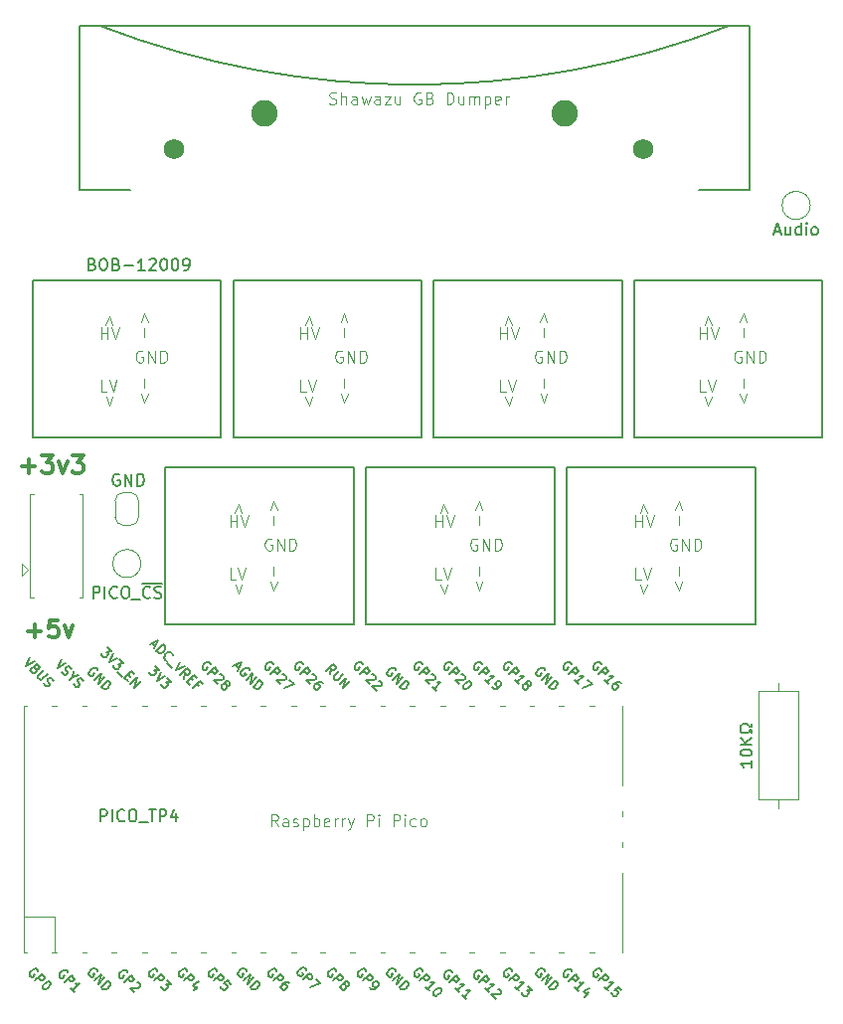
<source format=gbr>
%TF.GenerationSoftware,KiCad,Pcbnew,8.0.1*%
%TF.CreationDate,2024-03-28T23:27:52+01:00*%
%TF.ProjectId,shawazu-gb-dumper,73686177-617a-4752-9d67-622d64756d70,rev?*%
%TF.SameCoordinates,Original*%
%TF.FileFunction,Legend,Top*%
%TF.FilePolarity,Positive*%
%FSLAX46Y46*%
G04 Gerber Fmt 4.6, Leading zero omitted, Abs format (unit mm)*
G04 Created by KiCad (PCBNEW 8.0.1) date 2024-03-28 23:27:52*
%MOMM*%
%LPD*%
G01*
G04 APERTURE LIST*
%ADD10C,0.100000*%
%ADD11C,0.300000*%
%ADD12C,0.150000*%
%ADD13C,0.203200*%
%ADD14C,0.127000*%
%ADD15C,0.120000*%
%ADD16C,1.750000*%
%ADD17C,2.250000*%
G04 APERTURE END LIST*
D10*
X127375312Y-99372419D02*
X127041979Y-98896228D01*
X126803884Y-99372419D02*
X126803884Y-98372419D01*
X126803884Y-98372419D02*
X127184836Y-98372419D01*
X127184836Y-98372419D02*
X127280074Y-98420038D01*
X127280074Y-98420038D02*
X127327693Y-98467657D01*
X127327693Y-98467657D02*
X127375312Y-98562895D01*
X127375312Y-98562895D02*
X127375312Y-98705752D01*
X127375312Y-98705752D02*
X127327693Y-98800990D01*
X127327693Y-98800990D02*
X127280074Y-98848609D01*
X127280074Y-98848609D02*
X127184836Y-98896228D01*
X127184836Y-98896228D02*
X126803884Y-98896228D01*
X128232455Y-99372419D02*
X128232455Y-98848609D01*
X128232455Y-98848609D02*
X128184836Y-98753371D01*
X128184836Y-98753371D02*
X128089598Y-98705752D01*
X128089598Y-98705752D02*
X127899122Y-98705752D01*
X127899122Y-98705752D02*
X127803884Y-98753371D01*
X128232455Y-99324800D02*
X128137217Y-99372419D01*
X128137217Y-99372419D02*
X127899122Y-99372419D01*
X127899122Y-99372419D02*
X127803884Y-99324800D01*
X127803884Y-99324800D02*
X127756265Y-99229561D01*
X127756265Y-99229561D02*
X127756265Y-99134323D01*
X127756265Y-99134323D02*
X127803884Y-99039085D01*
X127803884Y-99039085D02*
X127899122Y-98991466D01*
X127899122Y-98991466D02*
X128137217Y-98991466D01*
X128137217Y-98991466D02*
X128232455Y-98943847D01*
X128661027Y-99324800D02*
X128756265Y-99372419D01*
X128756265Y-99372419D02*
X128946741Y-99372419D01*
X128946741Y-99372419D02*
X129041979Y-99324800D01*
X129041979Y-99324800D02*
X129089598Y-99229561D01*
X129089598Y-99229561D02*
X129089598Y-99181942D01*
X129089598Y-99181942D02*
X129041979Y-99086704D01*
X129041979Y-99086704D02*
X128946741Y-99039085D01*
X128946741Y-99039085D02*
X128803884Y-99039085D01*
X128803884Y-99039085D02*
X128708646Y-98991466D01*
X128708646Y-98991466D02*
X128661027Y-98896228D01*
X128661027Y-98896228D02*
X128661027Y-98848609D01*
X128661027Y-98848609D02*
X128708646Y-98753371D01*
X128708646Y-98753371D02*
X128803884Y-98705752D01*
X128803884Y-98705752D02*
X128946741Y-98705752D01*
X128946741Y-98705752D02*
X129041979Y-98753371D01*
X129518170Y-98705752D02*
X129518170Y-99705752D01*
X129518170Y-98753371D02*
X129613408Y-98705752D01*
X129613408Y-98705752D02*
X129803884Y-98705752D01*
X129803884Y-98705752D02*
X129899122Y-98753371D01*
X129899122Y-98753371D02*
X129946741Y-98800990D01*
X129946741Y-98800990D02*
X129994360Y-98896228D01*
X129994360Y-98896228D02*
X129994360Y-99181942D01*
X129994360Y-99181942D02*
X129946741Y-99277180D01*
X129946741Y-99277180D02*
X129899122Y-99324800D01*
X129899122Y-99324800D02*
X129803884Y-99372419D01*
X129803884Y-99372419D02*
X129613408Y-99372419D01*
X129613408Y-99372419D02*
X129518170Y-99324800D01*
X130422932Y-99372419D02*
X130422932Y-98372419D01*
X130422932Y-98753371D02*
X130518170Y-98705752D01*
X130518170Y-98705752D02*
X130708646Y-98705752D01*
X130708646Y-98705752D02*
X130803884Y-98753371D01*
X130803884Y-98753371D02*
X130851503Y-98800990D01*
X130851503Y-98800990D02*
X130899122Y-98896228D01*
X130899122Y-98896228D02*
X130899122Y-99181942D01*
X130899122Y-99181942D02*
X130851503Y-99277180D01*
X130851503Y-99277180D02*
X130803884Y-99324800D01*
X130803884Y-99324800D02*
X130708646Y-99372419D01*
X130708646Y-99372419D02*
X130518170Y-99372419D01*
X130518170Y-99372419D02*
X130422932Y-99324800D01*
X131708646Y-99324800D02*
X131613408Y-99372419D01*
X131613408Y-99372419D02*
X131422932Y-99372419D01*
X131422932Y-99372419D02*
X131327694Y-99324800D01*
X131327694Y-99324800D02*
X131280075Y-99229561D01*
X131280075Y-99229561D02*
X131280075Y-98848609D01*
X131280075Y-98848609D02*
X131327694Y-98753371D01*
X131327694Y-98753371D02*
X131422932Y-98705752D01*
X131422932Y-98705752D02*
X131613408Y-98705752D01*
X131613408Y-98705752D02*
X131708646Y-98753371D01*
X131708646Y-98753371D02*
X131756265Y-98848609D01*
X131756265Y-98848609D02*
X131756265Y-98943847D01*
X131756265Y-98943847D02*
X131280075Y-99039085D01*
X132184837Y-99372419D02*
X132184837Y-98705752D01*
X132184837Y-98896228D02*
X132232456Y-98800990D01*
X132232456Y-98800990D02*
X132280075Y-98753371D01*
X132280075Y-98753371D02*
X132375313Y-98705752D01*
X132375313Y-98705752D02*
X132470551Y-98705752D01*
X132803885Y-99372419D02*
X132803885Y-98705752D01*
X132803885Y-98896228D02*
X132851504Y-98800990D01*
X132851504Y-98800990D02*
X132899123Y-98753371D01*
X132899123Y-98753371D02*
X132994361Y-98705752D01*
X132994361Y-98705752D02*
X133089599Y-98705752D01*
X133327695Y-98705752D02*
X133565790Y-99372419D01*
X133803885Y-98705752D02*
X133565790Y-99372419D01*
X133565790Y-99372419D02*
X133470552Y-99610514D01*
X133470552Y-99610514D02*
X133422933Y-99658133D01*
X133422933Y-99658133D02*
X133327695Y-99705752D01*
X134946743Y-99372419D02*
X134946743Y-98372419D01*
X134946743Y-98372419D02*
X135327695Y-98372419D01*
X135327695Y-98372419D02*
X135422933Y-98420038D01*
X135422933Y-98420038D02*
X135470552Y-98467657D01*
X135470552Y-98467657D02*
X135518171Y-98562895D01*
X135518171Y-98562895D02*
X135518171Y-98705752D01*
X135518171Y-98705752D02*
X135470552Y-98800990D01*
X135470552Y-98800990D02*
X135422933Y-98848609D01*
X135422933Y-98848609D02*
X135327695Y-98896228D01*
X135327695Y-98896228D02*
X134946743Y-98896228D01*
X135946743Y-99372419D02*
X135946743Y-98705752D01*
X135946743Y-98372419D02*
X135899124Y-98420038D01*
X135899124Y-98420038D02*
X135946743Y-98467657D01*
X135946743Y-98467657D02*
X135994362Y-98420038D01*
X135994362Y-98420038D02*
X135946743Y-98372419D01*
X135946743Y-98372419D02*
X135946743Y-98467657D01*
X137184838Y-99372419D02*
X137184838Y-98372419D01*
X137184838Y-98372419D02*
X137565790Y-98372419D01*
X137565790Y-98372419D02*
X137661028Y-98420038D01*
X137661028Y-98420038D02*
X137708647Y-98467657D01*
X137708647Y-98467657D02*
X137756266Y-98562895D01*
X137756266Y-98562895D02*
X137756266Y-98705752D01*
X137756266Y-98705752D02*
X137708647Y-98800990D01*
X137708647Y-98800990D02*
X137661028Y-98848609D01*
X137661028Y-98848609D02*
X137565790Y-98896228D01*
X137565790Y-98896228D02*
X137184838Y-98896228D01*
X138184838Y-99372419D02*
X138184838Y-98705752D01*
X138184838Y-98372419D02*
X138137219Y-98420038D01*
X138137219Y-98420038D02*
X138184838Y-98467657D01*
X138184838Y-98467657D02*
X138232457Y-98420038D01*
X138232457Y-98420038D02*
X138184838Y-98372419D01*
X138184838Y-98372419D02*
X138184838Y-98467657D01*
X139089599Y-99324800D02*
X138994361Y-99372419D01*
X138994361Y-99372419D02*
X138803885Y-99372419D01*
X138803885Y-99372419D02*
X138708647Y-99324800D01*
X138708647Y-99324800D02*
X138661028Y-99277180D01*
X138661028Y-99277180D02*
X138613409Y-99181942D01*
X138613409Y-99181942D02*
X138613409Y-98896228D01*
X138613409Y-98896228D02*
X138661028Y-98800990D01*
X138661028Y-98800990D02*
X138708647Y-98753371D01*
X138708647Y-98753371D02*
X138803885Y-98705752D01*
X138803885Y-98705752D02*
X138994361Y-98705752D01*
X138994361Y-98705752D02*
X139089599Y-98753371D01*
X139661028Y-99372419D02*
X139565790Y-99324800D01*
X139565790Y-99324800D02*
X139518171Y-99277180D01*
X139518171Y-99277180D02*
X139470552Y-99181942D01*
X139470552Y-99181942D02*
X139470552Y-98896228D01*
X139470552Y-98896228D02*
X139518171Y-98800990D01*
X139518171Y-98800990D02*
X139565790Y-98753371D01*
X139565790Y-98753371D02*
X139661028Y-98705752D01*
X139661028Y-98705752D02*
X139803885Y-98705752D01*
X139803885Y-98705752D02*
X139899123Y-98753371D01*
X139899123Y-98753371D02*
X139946742Y-98800990D01*
X139946742Y-98800990D02*
X139994361Y-98896228D01*
X139994361Y-98896228D02*
X139994361Y-99181942D01*
X139994361Y-99181942D02*
X139946742Y-99277180D01*
X139946742Y-99277180D02*
X139899123Y-99324800D01*
X139899123Y-99324800D02*
X139803885Y-99372419D01*
X139803885Y-99372419D02*
X139661028Y-99372419D01*
X141280074Y-78372419D02*
X140803884Y-78372419D01*
X140803884Y-78372419D02*
X140803884Y-77372419D01*
X141470551Y-77372419D02*
X141803884Y-78372419D01*
X141803884Y-78372419D02*
X142137217Y-77372419D01*
X141794247Y-78803884D02*
X141508533Y-79565789D01*
X141508533Y-79565789D02*
X141222819Y-78803884D01*
X123705752Y-72696115D02*
X123991466Y-71934211D01*
X123991466Y-71934211D02*
X124277180Y-72696115D01*
X112780074Y-62372419D02*
X112303884Y-62372419D01*
X112303884Y-62372419D02*
X112303884Y-61372419D01*
X112970551Y-61372419D02*
X113303884Y-62372419D01*
X113303884Y-62372419D02*
X113637217Y-61372419D01*
X115991466Y-57696115D02*
X115991466Y-56934211D01*
X115705752Y-56458020D02*
X115991466Y-55696116D01*
X115991466Y-55696116D02*
X116277180Y-56458020D01*
X133008533Y-61303884D02*
X133008533Y-62065789D01*
X133294247Y-62541979D02*
X133008533Y-63303884D01*
X133008533Y-63303884D02*
X132722819Y-62541979D01*
X146303884Y-57872419D02*
X146303884Y-56872419D01*
X146303884Y-57348609D02*
X146875312Y-57348609D01*
X146875312Y-57872419D02*
X146875312Y-56872419D01*
X147208646Y-56872419D02*
X147541979Y-57872419D01*
X147541979Y-57872419D02*
X147875312Y-56872419D01*
X124294247Y-78803884D02*
X124008533Y-79565789D01*
X124008533Y-79565789D02*
X123722819Y-78803884D01*
X158794247Y-78803884D02*
X158508533Y-79565789D01*
X158508533Y-79565789D02*
X158222819Y-78803884D01*
X161327693Y-74920038D02*
X161232455Y-74872419D01*
X161232455Y-74872419D02*
X161089598Y-74872419D01*
X161089598Y-74872419D02*
X160946741Y-74920038D01*
X160946741Y-74920038D02*
X160851503Y-75015276D01*
X160851503Y-75015276D02*
X160803884Y-75110514D01*
X160803884Y-75110514D02*
X160756265Y-75300990D01*
X160756265Y-75300990D02*
X160756265Y-75443847D01*
X160756265Y-75443847D02*
X160803884Y-75634323D01*
X160803884Y-75634323D02*
X160851503Y-75729561D01*
X160851503Y-75729561D02*
X160946741Y-75824800D01*
X160946741Y-75824800D02*
X161089598Y-75872419D01*
X161089598Y-75872419D02*
X161184836Y-75872419D01*
X161184836Y-75872419D02*
X161327693Y-75824800D01*
X161327693Y-75824800D02*
X161375312Y-75777180D01*
X161375312Y-75777180D02*
X161375312Y-75443847D01*
X161375312Y-75443847D02*
X161184836Y-75443847D01*
X161803884Y-75872419D02*
X161803884Y-74872419D01*
X161803884Y-74872419D02*
X162375312Y-75872419D01*
X162375312Y-75872419D02*
X162375312Y-74872419D01*
X162851503Y-75872419D02*
X162851503Y-74872419D01*
X162851503Y-74872419D02*
X163089598Y-74872419D01*
X163089598Y-74872419D02*
X163232455Y-74920038D01*
X163232455Y-74920038D02*
X163327693Y-75015276D01*
X163327693Y-75015276D02*
X163375312Y-75110514D01*
X163375312Y-75110514D02*
X163422931Y-75300990D01*
X163422931Y-75300990D02*
X163422931Y-75443847D01*
X163422931Y-75443847D02*
X163375312Y-75634323D01*
X163375312Y-75634323D02*
X163327693Y-75729561D01*
X163327693Y-75729561D02*
X163232455Y-75824800D01*
X163232455Y-75824800D02*
X163089598Y-75872419D01*
X163089598Y-75872419D02*
X162851503Y-75872419D01*
X158205752Y-72696115D02*
X158491466Y-71934211D01*
X158491466Y-71934211D02*
X158777180Y-72696115D01*
X126991466Y-73696115D02*
X126991466Y-72934211D01*
X126705752Y-72458020D02*
X126991466Y-71696116D01*
X126991466Y-71696116D02*
X127277180Y-72458020D01*
X129705752Y-56696115D02*
X129991466Y-55934211D01*
X129991466Y-55934211D02*
X130277180Y-56696115D01*
X129303884Y-57872419D02*
X129303884Y-56872419D01*
X129303884Y-57348609D02*
X129875312Y-57348609D01*
X129875312Y-57872419D02*
X129875312Y-56872419D01*
X130208646Y-56872419D02*
X130541979Y-57872419D01*
X130541979Y-57872419D02*
X130875312Y-56872419D01*
X131756265Y-37824800D02*
X131899122Y-37872419D01*
X131899122Y-37872419D02*
X132137217Y-37872419D01*
X132137217Y-37872419D02*
X132232455Y-37824800D01*
X132232455Y-37824800D02*
X132280074Y-37777180D01*
X132280074Y-37777180D02*
X132327693Y-37681942D01*
X132327693Y-37681942D02*
X132327693Y-37586704D01*
X132327693Y-37586704D02*
X132280074Y-37491466D01*
X132280074Y-37491466D02*
X132232455Y-37443847D01*
X132232455Y-37443847D02*
X132137217Y-37396228D01*
X132137217Y-37396228D02*
X131946741Y-37348609D01*
X131946741Y-37348609D02*
X131851503Y-37300990D01*
X131851503Y-37300990D02*
X131803884Y-37253371D01*
X131803884Y-37253371D02*
X131756265Y-37158133D01*
X131756265Y-37158133D02*
X131756265Y-37062895D01*
X131756265Y-37062895D02*
X131803884Y-36967657D01*
X131803884Y-36967657D02*
X131851503Y-36920038D01*
X131851503Y-36920038D02*
X131946741Y-36872419D01*
X131946741Y-36872419D02*
X132184836Y-36872419D01*
X132184836Y-36872419D02*
X132327693Y-36920038D01*
X132756265Y-37872419D02*
X132756265Y-36872419D01*
X133184836Y-37872419D02*
X133184836Y-37348609D01*
X133184836Y-37348609D02*
X133137217Y-37253371D01*
X133137217Y-37253371D02*
X133041979Y-37205752D01*
X133041979Y-37205752D02*
X132899122Y-37205752D01*
X132899122Y-37205752D02*
X132803884Y-37253371D01*
X132803884Y-37253371D02*
X132756265Y-37300990D01*
X134089598Y-37872419D02*
X134089598Y-37348609D01*
X134089598Y-37348609D02*
X134041979Y-37253371D01*
X134041979Y-37253371D02*
X133946741Y-37205752D01*
X133946741Y-37205752D02*
X133756265Y-37205752D01*
X133756265Y-37205752D02*
X133661027Y-37253371D01*
X134089598Y-37824800D02*
X133994360Y-37872419D01*
X133994360Y-37872419D02*
X133756265Y-37872419D01*
X133756265Y-37872419D02*
X133661027Y-37824800D01*
X133661027Y-37824800D02*
X133613408Y-37729561D01*
X133613408Y-37729561D02*
X133613408Y-37634323D01*
X133613408Y-37634323D02*
X133661027Y-37539085D01*
X133661027Y-37539085D02*
X133756265Y-37491466D01*
X133756265Y-37491466D02*
X133994360Y-37491466D01*
X133994360Y-37491466D02*
X134089598Y-37443847D01*
X134470551Y-37205752D02*
X134661027Y-37872419D01*
X134661027Y-37872419D02*
X134851503Y-37396228D01*
X134851503Y-37396228D02*
X135041979Y-37872419D01*
X135041979Y-37872419D02*
X135232455Y-37205752D01*
X136041979Y-37872419D02*
X136041979Y-37348609D01*
X136041979Y-37348609D02*
X135994360Y-37253371D01*
X135994360Y-37253371D02*
X135899122Y-37205752D01*
X135899122Y-37205752D02*
X135708646Y-37205752D01*
X135708646Y-37205752D02*
X135613408Y-37253371D01*
X136041979Y-37824800D02*
X135946741Y-37872419D01*
X135946741Y-37872419D02*
X135708646Y-37872419D01*
X135708646Y-37872419D02*
X135613408Y-37824800D01*
X135613408Y-37824800D02*
X135565789Y-37729561D01*
X135565789Y-37729561D02*
X135565789Y-37634323D01*
X135565789Y-37634323D02*
X135613408Y-37539085D01*
X135613408Y-37539085D02*
X135708646Y-37491466D01*
X135708646Y-37491466D02*
X135946741Y-37491466D01*
X135946741Y-37491466D02*
X136041979Y-37443847D01*
X136422932Y-37205752D02*
X136946741Y-37205752D01*
X136946741Y-37205752D02*
X136422932Y-37872419D01*
X136422932Y-37872419D02*
X136946741Y-37872419D01*
X137756265Y-37205752D02*
X137756265Y-37872419D01*
X137327694Y-37205752D02*
X137327694Y-37729561D01*
X137327694Y-37729561D02*
X137375313Y-37824800D01*
X137375313Y-37824800D02*
X137470551Y-37872419D01*
X137470551Y-37872419D02*
X137613408Y-37872419D01*
X137613408Y-37872419D02*
X137708646Y-37824800D01*
X137708646Y-37824800D02*
X137756265Y-37777180D01*
X139518170Y-36920038D02*
X139422932Y-36872419D01*
X139422932Y-36872419D02*
X139280075Y-36872419D01*
X139280075Y-36872419D02*
X139137218Y-36920038D01*
X139137218Y-36920038D02*
X139041980Y-37015276D01*
X139041980Y-37015276D02*
X138994361Y-37110514D01*
X138994361Y-37110514D02*
X138946742Y-37300990D01*
X138946742Y-37300990D02*
X138946742Y-37443847D01*
X138946742Y-37443847D02*
X138994361Y-37634323D01*
X138994361Y-37634323D02*
X139041980Y-37729561D01*
X139041980Y-37729561D02*
X139137218Y-37824800D01*
X139137218Y-37824800D02*
X139280075Y-37872419D01*
X139280075Y-37872419D02*
X139375313Y-37872419D01*
X139375313Y-37872419D02*
X139518170Y-37824800D01*
X139518170Y-37824800D02*
X139565789Y-37777180D01*
X139565789Y-37777180D02*
X139565789Y-37443847D01*
X139565789Y-37443847D02*
X139375313Y-37443847D01*
X140327694Y-37348609D02*
X140470551Y-37396228D01*
X140470551Y-37396228D02*
X140518170Y-37443847D01*
X140518170Y-37443847D02*
X140565789Y-37539085D01*
X140565789Y-37539085D02*
X140565789Y-37681942D01*
X140565789Y-37681942D02*
X140518170Y-37777180D01*
X140518170Y-37777180D02*
X140470551Y-37824800D01*
X140470551Y-37824800D02*
X140375313Y-37872419D01*
X140375313Y-37872419D02*
X139994361Y-37872419D01*
X139994361Y-37872419D02*
X139994361Y-36872419D01*
X139994361Y-36872419D02*
X140327694Y-36872419D01*
X140327694Y-36872419D02*
X140422932Y-36920038D01*
X140422932Y-36920038D02*
X140470551Y-36967657D01*
X140470551Y-36967657D02*
X140518170Y-37062895D01*
X140518170Y-37062895D02*
X140518170Y-37158133D01*
X140518170Y-37158133D02*
X140470551Y-37253371D01*
X140470551Y-37253371D02*
X140422932Y-37300990D01*
X140422932Y-37300990D02*
X140327694Y-37348609D01*
X140327694Y-37348609D02*
X139994361Y-37348609D01*
X141756266Y-37872419D02*
X141756266Y-36872419D01*
X141756266Y-36872419D02*
X141994361Y-36872419D01*
X141994361Y-36872419D02*
X142137218Y-36920038D01*
X142137218Y-36920038D02*
X142232456Y-37015276D01*
X142232456Y-37015276D02*
X142280075Y-37110514D01*
X142280075Y-37110514D02*
X142327694Y-37300990D01*
X142327694Y-37300990D02*
X142327694Y-37443847D01*
X142327694Y-37443847D02*
X142280075Y-37634323D01*
X142280075Y-37634323D02*
X142232456Y-37729561D01*
X142232456Y-37729561D02*
X142137218Y-37824800D01*
X142137218Y-37824800D02*
X141994361Y-37872419D01*
X141994361Y-37872419D02*
X141756266Y-37872419D01*
X143184837Y-37205752D02*
X143184837Y-37872419D01*
X142756266Y-37205752D02*
X142756266Y-37729561D01*
X142756266Y-37729561D02*
X142803885Y-37824800D01*
X142803885Y-37824800D02*
X142899123Y-37872419D01*
X142899123Y-37872419D02*
X143041980Y-37872419D01*
X143041980Y-37872419D02*
X143137218Y-37824800D01*
X143137218Y-37824800D02*
X143184837Y-37777180D01*
X143661028Y-37872419D02*
X143661028Y-37205752D01*
X143661028Y-37300990D02*
X143708647Y-37253371D01*
X143708647Y-37253371D02*
X143803885Y-37205752D01*
X143803885Y-37205752D02*
X143946742Y-37205752D01*
X143946742Y-37205752D02*
X144041980Y-37253371D01*
X144041980Y-37253371D02*
X144089599Y-37348609D01*
X144089599Y-37348609D02*
X144089599Y-37872419D01*
X144089599Y-37348609D02*
X144137218Y-37253371D01*
X144137218Y-37253371D02*
X144232456Y-37205752D01*
X144232456Y-37205752D02*
X144375313Y-37205752D01*
X144375313Y-37205752D02*
X144470552Y-37253371D01*
X144470552Y-37253371D02*
X144518171Y-37348609D01*
X144518171Y-37348609D02*
X144518171Y-37872419D01*
X144994361Y-37205752D02*
X144994361Y-38205752D01*
X144994361Y-37253371D02*
X145089599Y-37205752D01*
X145089599Y-37205752D02*
X145280075Y-37205752D01*
X145280075Y-37205752D02*
X145375313Y-37253371D01*
X145375313Y-37253371D02*
X145422932Y-37300990D01*
X145422932Y-37300990D02*
X145470551Y-37396228D01*
X145470551Y-37396228D02*
X145470551Y-37681942D01*
X145470551Y-37681942D02*
X145422932Y-37777180D01*
X145422932Y-37777180D02*
X145375313Y-37824800D01*
X145375313Y-37824800D02*
X145280075Y-37872419D01*
X145280075Y-37872419D02*
X145089599Y-37872419D01*
X145089599Y-37872419D02*
X144994361Y-37824800D01*
X146280075Y-37824800D02*
X146184837Y-37872419D01*
X146184837Y-37872419D02*
X145994361Y-37872419D01*
X145994361Y-37872419D02*
X145899123Y-37824800D01*
X145899123Y-37824800D02*
X145851504Y-37729561D01*
X145851504Y-37729561D02*
X145851504Y-37348609D01*
X145851504Y-37348609D02*
X145899123Y-37253371D01*
X145899123Y-37253371D02*
X145994361Y-37205752D01*
X145994361Y-37205752D02*
X146184837Y-37205752D01*
X146184837Y-37205752D02*
X146280075Y-37253371D01*
X146280075Y-37253371D02*
X146327694Y-37348609D01*
X146327694Y-37348609D02*
X146327694Y-37443847D01*
X146327694Y-37443847D02*
X145851504Y-37539085D01*
X146756266Y-37872419D02*
X146756266Y-37205752D01*
X146756266Y-37396228D02*
X146803885Y-37300990D01*
X146803885Y-37300990D02*
X146851504Y-37253371D01*
X146851504Y-37253371D02*
X146946742Y-37205752D01*
X146946742Y-37205752D02*
X147041980Y-37205752D01*
X113294247Y-62803884D02*
X113008533Y-63565789D01*
X113008533Y-63565789D02*
X112722819Y-62803884D01*
X163780074Y-62372419D02*
X163303884Y-62372419D01*
X163303884Y-62372419D02*
X163303884Y-61372419D01*
X163970551Y-61372419D02*
X164303884Y-62372419D01*
X164303884Y-62372419D02*
X164637217Y-61372419D01*
X167008533Y-61303884D02*
X167008533Y-62065789D01*
X167294247Y-62541979D02*
X167008533Y-63303884D01*
X167008533Y-63303884D02*
X166722819Y-62541979D01*
X130294247Y-62803884D02*
X130008533Y-63565789D01*
X130008533Y-63565789D02*
X129722819Y-62803884D01*
X112705752Y-56696115D02*
X112991466Y-55934211D01*
X112991466Y-55934211D02*
X113277180Y-56696115D01*
X123780074Y-78372419D02*
X123303884Y-78372419D01*
X123303884Y-78372419D02*
X123303884Y-77372419D01*
X123970551Y-77372419D02*
X124303884Y-78372419D01*
X124303884Y-78372419D02*
X124637217Y-77372419D01*
X127008533Y-77303884D02*
X127008533Y-78065789D01*
X127294247Y-78541979D02*
X127008533Y-79303884D01*
X127008533Y-79303884D02*
X126722819Y-78541979D01*
X150008533Y-61303884D02*
X150008533Y-62065789D01*
X150294247Y-62541979D02*
X150008533Y-63303884D01*
X150008533Y-63303884D02*
X149722819Y-62541979D01*
X112303884Y-57872419D02*
X112303884Y-56872419D01*
X112303884Y-57348609D02*
X112875312Y-57348609D01*
X112875312Y-57872419D02*
X112875312Y-56872419D01*
X113208646Y-56872419D02*
X113541979Y-57872419D01*
X113541979Y-57872419D02*
X113875312Y-56872419D01*
X149827693Y-58920038D02*
X149732455Y-58872419D01*
X149732455Y-58872419D02*
X149589598Y-58872419D01*
X149589598Y-58872419D02*
X149446741Y-58920038D01*
X149446741Y-58920038D02*
X149351503Y-59015276D01*
X149351503Y-59015276D02*
X149303884Y-59110514D01*
X149303884Y-59110514D02*
X149256265Y-59300990D01*
X149256265Y-59300990D02*
X149256265Y-59443847D01*
X149256265Y-59443847D02*
X149303884Y-59634323D01*
X149303884Y-59634323D02*
X149351503Y-59729561D01*
X149351503Y-59729561D02*
X149446741Y-59824800D01*
X149446741Y-59824800D02*
X149589598Y-59872419D01*
X149589598Y-59872419D02*
X149684836Y-59872419D01*
X149684836Y-59872419D02*
X149827693Y-59824800D01*
X149827693Y-59824800D02*
X149875312Y-59777180D01*
X149875312Y-59777180D02*
X149875312Y-59443847D01*
X149875312Y-59443847D02*
X149684836Y-59443847D01*
X150303884Y-59872419D02*
X150303884Y-58872419D01*
X150303884Y-58872419D02*
X150875312Y-59872419D01*
X150875312Y-59872419D02*
X150875312Y-58872419D01*
X151351503Y-59872419D02*
X151351503Y-58872419D01*
X151351503Y-58872419D02*
X151589598Y-58872419D01*
X151589598Y-58872419D02*
X151732455Y-58920038D01*
X151732455Y-58920038D02*
X151827693Y-59015276D01*
X151827693Y-59015276D02*
X151875312Y-59110514D01*
X151875312Y-59110514D02*
X151922931Y-59300990D01*
X151922931Y-59300990D02*
X151922931Y-59443847D01*
X151922931Y-59443847D02*
X151875312Y-59634323D01*
X151875312Y-59634323D02*
X151827693Y-59729561D01*
X151827693Y-59729561D02*
X151732455Y-59824800D01*
X151732455Y-59824800D02*
X151589598Y-59872419D01*
X151589598Y-59872419D02*
X151351503Y-59872419D01*
X132991466Y-57696115D02*
X132991466Y-56934211D01*
X132705752Y-56458020D02*
X132991466Y-55696116D01*
X132991466Y-55696116D02*
X133277180Y-56458020D01*
X146705752Y-56696115D02*
X146991466Y-55934211D01*
X146991466Y-55934211D02*
X147277180Y-56696115D01*
X166827693Y-58920038D02*
X166732455Y-58872419D01*
X166732455Y-58872419D02*
X166589598Y-58872419D01*
X166589598Y-58872419D02*
X166446741Y-58920038D01*
X166446741Y-58920038D02*
X166351503Y-59015276D01*
X166351503Y-59015276D02*
X166303884Y-59110514D01*
X166303884Y-59110514D02*
X166256265Y-59300990D01*
X166256265Y-59300990D02*
X166256265Y-59443847D01*
X166256265Y-59443847D02*
X166303884Y-59634323D01*
X166303884Y-59634323D02*
X166351503Y-59729561D01*
X166351503Y-59729561D02*
X166446741Y-59824800D01*
X166446741Y-59824800D02*
X166589598Y-59872419D01*
X166589598Y-59872419D02*
X166684836Y-59872419D01*
X166684836Y-59872419D02*
X166827693Y-59824800D01*
X166827693Y-59824800D02*
X166875312Y-59777180D01*
X166875312Y-59777180D02*
X166875312Y-59443847D01*
X166875312Y-59443847D02*
X166684836Y-59443847D01*
X167303884Y-59872419D02*
X167303884Y-58872419D01*
X167303884Y-58872419D02*
X167875312Y-59872419D01*
X167875312Y-59872419D02*
X167875312Y-58872419D01*
X168351503Y-59872419D02*
X168351503Y-58872419D01*
X168351503Y-58872419D02*
X168589598Y-58872419D01*
X168589598Y-58872419D02*
X168732455Y-58920038D01*
X168732455Y-58920038D02*
X168827693Y-59015276D01*
X168827693Y-59015276D02*
X168875312Y-59110514D01*
X168875312Y-59110514D02*
X168922931Y-59300990D01*
X168922931Y-59300990D02*
X168922931Y-59443847D01*
X168922931Y-59443847D02*
X168875312Y-59634323D01*
X168875312Y-59634323D02*
X168827693Y-59729561D01*
X168827693Y-59729561D02*
X168732455Y-59824800D01*
X168732455Y-59824800D02*
X168589598Y-59872419D01*
X168589598Y-59872419D02*
X168351503Y-59872419D01*
X141205752Y-72696115D02*
X141491466Y-71934211D01*
X141491466Y-71934211D02*
X141777180Y-72696115D01*
X146780074Y-62372419D02*
X146303884Y-62372419D01*
X146303884Y-62372419D02*
X146303884Y-61372419D01*
X146970551Y-61372419D02*
X147303884Y-62372419D01*
X147303884Y-62372419D02*
X147637217Y-61372419D01*
X163303884Y-57872419D02*
X163303884Y-56872419D01*
X163303884Y-57348609D02*
X163875312Y-57348609D01*
X163875312Y-57872419D02*
X163875312Y-56872419D01*
X164208646Y-56872419D02*
X164541979Y-57872419D01*
X164541979Y-57872419D02*
X164875312Y-56872419D01*
D11*
X105554510Y-68729400D02*
X106697368Y-68729400D01*
X106125939Y-69300828D02*
X106125939Y-68157971D01*
X107268796Y-67800828D02*
X108197368Y-67800828D01*
X108197368Y-67800828D02*
X107697368Y-68372257D01*
X107697368Y-68372257D02*
X107911653Y-68372257D01*
X107911653Y-68372257D02*
X108054511Y-68443685D01*
X108054511Y-68443685D02*
X108125939Y-68515114D01*
X108125939Y-68515114D02*
X108197368Y-68657971D01*
X108197368Y-68657971D02*
X108197368Y-69015114D01*
X108197368Y-69015114D02*
X108125939Y-69157971D01*
X108125939Y-69157971D02*
X108054511Y-69229400D01*
X108054511Y-69229400D02*
X107911653Y-69300828D01*
X107911653Y-69300828D02*
X107483082Y-69300828D01*
X107483082Y-69300828D02*
X107340225Y-69229400D01*
X107340225Y-69229400D02*
X107268796Y-69157971D01*
X108697367Y-68300828D02*
X109054510Y-69300828D01*
X109054510Y-69300828D02*
X109411653Y-68300828D01*
X109840224Y-67800828D02*
X110768796Y-67800828D01*
X110768796Y-67800828D02*
X110268796Y-68372257D01*
X110268796Y-68372257D02*
X110483081Y-68372257D01*
X110483081Y-68372257D02*
X110625939Y-68443685D01*
X110625939Y-68443685D02*
X110697367Y-68515114D01*
X110697367Y-68515114D02*
X110768796Y-68657971D01*
X110768796Y-68657971D02*
X110768796Y-69015114D01*
X110768796Y-69015114D02*
X110697367Y-69157971D01*
X110697367Y-69157971D02*
X110625939Y-69229400D01*
X110625939Y-69229400D02*
X110483081Y-69300828D01*
X110483081Y-69300828D02*
X110054510Y-69300828D01*
X110054510Y-69300828D02*
X109911653Y-69229400D01*
X109911653Y-69229400D02*
X109840224Y-69157971D01*
D10*
X144327693Y-74920038D02*
X144232455Y-74872419D01*
X144232455Y-74872419D02*
X144089598Y-74872419D01*
X144089598Y-74872419D02*
X143946741Y-74920038D01*
X143946741Y-74920038D02*
X143851503Y-75015276D01*
X143851503Y-75015276D02*
X143803884Y-75110514D01*
X143803884Y-75110514D02*
X143756265Y-75300990D01*
X143756265Y-75300990D02*
X143756265Y-75443847D01*
X143756265Y-75443847D02*
X143803884Y-75634323D01*
X143803884Y-75634323D02*
X143851503Y-75729561D01*
X143851503Y-75729561D02*
X143946741Y-75824800D01*
X143946741Y-75824800D02*
X144089598Y-75872419D01*
X144089598Y-75872419D02*
X144184836Y-75872419D01*
X144184836Y-75872419D02*
X144327693Y-75824800D01*
X144327693Y-75824800D02*
X144375312Y-75777180D01*
X144375312Y-75777180D02*
X144375312Y-75443847D01*
X144375312Y-75443847D02*
X144184836Y-75443847D01*
X144803884Y-75872419D02*
X144803884Y-74872419D01*
X144803884Y-74872419D02*
X145375312Y-75872419D01*
X145375312Y-75872419D02*
X145375312Y-74872419D01*
X145851503Y-75872419D02*
X145851503Y-74872419D01*
X145851503Y-74872419D02*
X146089598Y-74872419D01*
X146089598Y-74872419D02*
X146232455Y-74920038D01*
X146232455Y-74920038D02*
X146327693Y-75015276D01*
X146327693Y-75015276D02*
X146375312Y-75110514D01*
X146375312Y-75110514D02*
X146422931Y-75300990D01*
X146422931Y-75300990D02*
X146422931Y-75443847D01*
X146422931Y-75443847D02*
X146375312Y-75634323D01*
X146375312Y-75634323D02*
X146327693Y-75729561D01*
X146327693Y-75729561D02*
X146232455Y-75824800D01*
X146232455Y-75824800D02*
X146089598Y-75872419D01*
X146089598Y-75872419D02*
X145851503Y-75872419D01*
X161508533Y-77303884D02*
X161508533Y-78065789D01*
X161794247Y-78541979D02*
X161508533Y-79303884D01*
X161508533Y-79303884D02*
X161222819Y-78541979D01*
X164294247Y-62803884D02*
X164008533Y-63565789D01*
X164008533Y-63565789D02*
X163722819Y-62803884D01*
X140803884Y-73872419D02*
X140803884Y-72872419D01*
X140803884Y-73348609D02*
X141375312Y-73348609D01*
X141375312Y-73872419D02*
X141375312Y-72872419D01*
X141708646Y-72872419D02*
X142041979Y-73872419D01*
X142041979Y-73872419D02*
X142375312Y-72872419D01*
X158280074Y-78372419D02*
X157803884Y-78372419D01*
X157803884Y-78372419D02*
X157803884Y-77372419D01*
X158470551Y-77372419D02*
X158803884Y-78372419D01*
X158803884Y-78372419D02*
X159137217Y-77372419D01*
X149991466Y-57696115D02*
X149991466Y-56934211D01*
X149705752Y-56458020D02*
X149991466Y-55696116D01*
X149991466Y-55696116D02*
X150277180Y-56458020D01*
X123303884Y-73872419D02*
X123303884Y-72872419D01*
X123303884Y-73348609D02*
X123875312Y-73348609D01*
X123875312Y-73872419D02*
X123875312Y-72872419D01*
X124208646Y-72872419D02*
X124541979Y-73872419D01*
X124541979Y-73872419D02*
X124875312Y-72872419D01*
X129780074Y-62372419D02*
X129303884Y-62372419D01*
X129303884Y-62372419D02*
X129303884Y-61372419D01*
X129970551Y-61372419D02*
X130303884Y-62372419D01*
X130303884Y-62372419D02*
X130637217Y-61372419D01*
X115827693Y-58920038D02*
X115732455Y-58872419D01*
X115732455Y-58872419D02*
X115589598Y-58872419D01*
X115589598Y-58872419D02*
X115446741Y-58920038D01*
X115446741Y-58920038D02*
X115351503Y-59015276D01*
X115351503Y-59015276D02*
X115303884Y-59110514D01*
X115303884Y-59110514D02*
X115256265Y-59300990D01*
X115256265Y-59300990D02*
X115256265Y-59443847D01*
X115256265Y-59443847D02*
X115303884Y-59634323D01*
X115303884Y-59634323D02*
X115351503Y-59729561D01*
X115351503Y-59729561D02*
X115446741Y-59824800D01*
X115446741Y-59824800D02*
X115589598Y-59872419D01*
X115589598Y-59872419D02*
X115684836Y-59872419D01*
X115684836Y-59872419D02*
X115827693Y-59824800D01*
X115827693Y-59824800D02*
X115875312Y-59777180D01*
X115875312Y-59777180D02*
X115875312Y-59443847D01*
X115875312Y-59443847D02*
X115684836Y-59443847D01*
X116303884Y-59872419D02*
X116303884Y-58872419D01*
X116303884Y-58872419D02*
X116875312Y-59872419D01*
X116875312Y-59872419D02*
X116875312Y-58872419D01*
X117351503Y-59872419D02*
X117351503Y-58872419D01*
X117351503Y-58872419D02*
X117589598Y-58872419D01*
X117589598Y-58872419D02*
X117732455Y-58920038D01*
X117732455Y-58920038D02*
X117827693Y-59015276D01*
X117827693Y-59015276D02*
X117875312Y-59110514D01*
X117875312Y-59110514D02*
X117922931Y-59300990D01*
X117922931Y-59300990D02*
X117922931Y-59443847D01*
X117922931Y-59443847D02*
X117875312Y-59634323D01*
X117875312Y-59634323D02*
X117827693Y-59729561D01*
X117827693Y-59729561D02*
X117732455Y-59824800D01*
X117732455Y-59824800D02*
X117589598Y-59872419D01*
X117589598Y-59872419D02*
X117351503Y-59872419D01*
X157803884Y-73872419D02*
X157803884Y-72872419D01*
X157803884Y-73348609D02*
X158375312Y-73348609D01*
X158375312Y-73872419D02*
X158375312Y-72872419D01*
X158708646Y-72872419D02*
X159041979Y-73872419D01*
X159041979Y-73872419D02*
X159375312Y-72872419D01*
X144508533Y-77303884D02*
X144508533Y-78065789D01*
X144794247Y-78541979D02*
X144508533Y-79303884D01*
X144508533Y-79303884D02*
X144222819Y-78541979D01*
X163705752Y-56696115D02*
X163991466Y-55934211D01*
X163991466Y-55934211D02*
X164277180Y-56696115D01*
X116008533Y-61303884D02*
X116008533Y-62065789D01*
X116294247Y-62541979D02*
X116008533Y-63303884D01*
X116008533Y-63303884D02*
X115722819Y-62541979D01*
X166991466Y-57696115D02*
X166991466Y-56934211D01*
X166705752Y-56458020D02*
X166991466Y-55696116D01*
X166991466Y-55696116D02*
X167277180Y-56458020D01*
X161491466Y-73696115D02*
X161491466Y-72934211D01*
X161205752Y-72458020D02*
X161491466Y-71696116D01*
X161491466Y-71696116D02*
X161777180Y-72458020D01*
X147294247Y-62803884D02*
X147008533Y-63565789D01*
X147008533Y-63565789D02*
X146722819Y-62803884D01*
X144491466Y-73696115D02*
X144491466Y-72934211D01*
X144205752Y-72458020D02*
X144491466Y-71696116D01*
X144491466Y-71696116D02*
X144777180Y-72458020D01*
X126827693Y-74920038D02*
X126732455Y-74872419D01*
X126732455Y-74872419D02*
X126589598Y-74872419D01*
X126589598Y-74872419D02*
X126446741Y-74920038D01*
X126446741Y-74920038D02*
X126351503Y-75015276D01*
X126351503Y-75015276D02*
X126303884Y-75110514D01*
X126303884Y-75110514D02*
X126256265Y-75300990D01*
X126256265Y-75300990D02*
X126256265Y-75443847D01*
X126256265Y-75443847D02*
X126303884Y-75634323D01*
X126303884Y-75634323D02*
X126351503Y-75729561D01*
X126351503Y-75729561D02*
X126446741Y-75824800D01*
X126446741Y-75824800D02*
X126589598Y-75872419D01*
X126589598Y-75872419D02*
X126684836Y-75872419D01*
X126684836Y-75872419D02*
X126827693Y-75824800D01*
X126827693Y-75824800D02*
X126875312Y-75777180D01*
X126875312Y-75777180D02*
X126875312Y-75443847D01*
X126875312Y-75443847D02*
X126684836Y-75443847D01*
X127303884Y-75872419D02*
X127303884Y-74872419D01*
X127303884Y-74872419D02*
X127875312Y-75872419D01*
X127875312Y-75872419D02*
X127875312Y-74872419D01*
X128351503Y-75872419D02*
X128351503Y-74872419D01*
X128351503Y-74872419D02*
X128589598Y-74872419D01*
X128589598Y-74872419D02*
X128732455Y-74920038D01*
X128732455Y-74920038D02*
X128827693Y-75015276D01*
X128827693Y-75015276D02*
X128875312Y-75110514D01*
X128875312Y-75110514D02*
X128922931Y-75300990D01*
X128922931Y-75300990D02*
X128922931Y-75443847D01*
X128922931Y-75443847D02*
X128875312Y-75634323D01*
X128875312Y-75634323D02*
X128827693Y-75729561D01*
X128827693Y-75729561D02*
X128732455Y-75824800D01*
X128732455Y-75824800D02*
X128589598Y-75872419D01*
X128589598Y-75872419D02*
X128351503Y-75872419D01*
X132827693Y-58920038D02*
X132732455Y-58872419D01*
X132732455Y-58872419D02*
X132589598Y-58872419D01*
X132589598Y-58872419D02*
X132446741Y-58920038D01*
X132446741Y-58920038D02*
X132351503Y-59015276D01*
X132351503Y-59015276D02*
X132303884Y-59110514D01*
X132303884Y-59110514D02*
X132256265Y-59300990D01*
X132256265Y-59300990D02*
X132256265Y-59443847D01*
X132256265Y-59443847D02*
X132303884Y-59634323D01*
X132303884Y-59634323D02*
X132351503Y-59729561D01*
X132351503Y-59729561D02*
X132446741Y-59824800D01*
X132446741Y-59824800D02*
X132589598Y-59872419D01*
X132589598Y-59872419D02*
X132684836Y-59872419D01*
X132684836Y-59872419D02*
X132827693Y-59824800D01*
X132827693Y-59824800D02*
X132875312Y-59777180D01*
X132875312Y-59777180D02*
X132875312Y-59443847D01*
X132875312Y-59443847D02*
X132684836Y-59443847D01*
X133303884Y-59872419D02*
X133303884Y-58872419D01*
X133303884Y-58872419D02*
X133875312Y-59872419D01*
X133875312Y-59872419D02*
X133875312Y-58872419D01*
X134351503Y-59872419D02*
X134351503Y-58872419D01*
X134351503Y-58872419D02*
X134589598Y-58872419D01*
X134589598Y-58872419D02*
X134732455Y-58920038D01*
X134732455Y-58920038D02*
X134827693Y-59015276D01*
X134827693Y-59015276D02*
X134875312Y-59110514D01*
X134875312Y-59110514D02*
X134922931Y-59300990D01*
X134922931Y-59300990D02*
X134922931Y-59443847D01*
X134922931Y-59443847D02*
X134875312Y-59634323D01*
X134875312Y-59634323D02*
X134827693Y-59729561D01*
X134827693Y-59729561D02*
X134732455Y-59824800D01*
X134732455Y-59824800D02*
X134589598Y-59872419D01*
X134589598Y-59872419D02*
X134351503Y-59872419D01*
D11*
X106054510Y-82729400D02*
X107197368Y-82729400D01*
X106625939Y-83300828D02*
X106625939Y-82157971D01*
X108625939Y-81800828D02*
X107911653Y-81800828D01*
X107911653Y-81800828D02*
X107840225Y-82515114D01*
X107840225Y-82515114D02*
X107911653Y-82443685D01*
X107911653Y-82443685D02*
X108054511Y-82372257D01*
X108054511Y-82372257D02*
X108411653Y-82372257D01*
X108411653Y-82372257D02*
X108554511Y-82443685D01*
X108554511Y-82443685D02*
X108625939Y-82515114D01*
X108625939Y-82515114D02*
X108697368Y-82657971D01*
X108697368Y-82657971D02*
X108697368Y-83015114D01*
X108697368Y-83015114D02*
X108625939Y-83157971D01*
X108625939Y-83157971D02*
X108554511Y-83229400D01*
X108554511Y-83229400D02*
X108411653Y-83300828D01*
X108411653Y-83300828D02*
X108054511Y-83300828D01*
X108054511Y-83300828D02*
X107911653Y-83229400D01*
X107911653Y-83229400D02*
X107840225Y-83157971D01*
X109197367Y-82300828D02*
X109554510Y-83300828D01*
X109554510Y-83300828D02*
X109911653Y-82300828D01*
D12*
X113860588Y-69417438D02*
X113765350Y-69369819D01*
X113765350Y-69369819D02*
X113622493Y-69369819D01*
X113622493Y-69369819D02*
X113479636Y-69417438D01*
X113479636Y-69417438D02*
X113384398Y-69512676D01*
X113384398Y-69512676D02*
X113336779Y-69607914D01*
X113336779Y-69607914D02*
X113289160Y-69798390D01*
X113289160Y-69798390D02*
X113289160Y-69941247D01*
X113289160Y-69941247D02*
X113336779Y-70131723D01*
X113336779Y-70131723D02*
X113384398Y-70226961D01*
X113384398Y-70226961D02*
X113479636Y-70322200D01*
X113479636Y-70322200D02*
X113622493Y-70369819D01*
X113622493Y-70369819D02*
X113717731Y-70369819D01*
X113717731Y-70369819D02*
X113860588Y-70322200D01*
X113860588Y-70322200D02*
X113908207Y-70274580D01*
X113908207Y-70274580D02*
X113908207Y-69941247D01*
X113908207Y-69941247D02*
X113717731Y-69941247D01*
X114336779Y-70369819D02*
X114336779Y-69369819D01*
X114336779Y-69369819D02*
X114908207Y-70369819D01*
X114908207Y-70369819D02*
X114908207Y-69369819D01*
X115384398Y-70369819D02*
X115384398Y-69369819D01*
X115384398Y-69369819D02*
X115622493Y-69369819D01*
X115622493Y-69369819D02*
X115765350Y-69417438D01*
X115765350Y-69417438D02*
X115860588Y-69512676D01*
X115860588Y-69512676D02*
X115908207Y-69607914D01*
X115908207Y-69607914D02*
X115955826Y-69798390D01*
X115955826Y-69798390D02*
X115955826Y-69941247D01*
X115955826Y-69941247D02*
X115908207Y-70131723D01*
X115908207Y-70131723D02*
X115860588Y-70226961D01*
X115860588Y-70226961D02*
X115765350Y-70322200D01*
X115765350Y-70322200D02*
X115622493Y-70369819D01*
X115622493Y-70369819D02*
X115384398Y-70369819D01*
X111547619Y-51511009D02*
X111690476Y-51558628D01*
X111690476Y-51558628D02*
X111738095Y-51606247D01*
X111738095Y-51606247D02*
X111785714Y-51701485D01*
X111785714Y-51701485D02*
X111785714Y-51844342D01*
X111785714Y-51844342D02*
X111738095Y-51939580D01*
X111738095Y-51939580D02*
X111690476Y-51987200D01*
X111690476Y-51987200D02*
X111595238Y-52034819D01*
X111595238Y-52034819D02*
X111214286Y-52034819D01*
X111214286Y-52034819D02*
X111214286Y-51034819D01*
X111214286Y-51034819D02*
X111547619Y-51034819D01*
X111547619Y-51034819D02*
X111642857Y-51082438D01*
X111642857Y-51082438D02*
X111690476Y-51130057D01*
X111690476Y-51130057D02*
X111738095Y-51225295D01*
X111738095Y-51225295D02*
X111738095Y-51320533D01*
X111738095Y-51320533D02*
X111690476Y-51415771D01*
X111690476Y-51415771D02*
X111642857Y-51463390D01*
X111642857Y-51463390D02*
X111547619Y-51511009D01*
X111547619Y-51511009D02*
X111214286Y-51511009D01*
X112404762Y-51034819D02*
X112595238Y-51034819D01*
X112595238Y-51034819D02*
X112690476Y-51082438D01*
X112690476Y-51082438D02*
X112785714Y-51177676D01*
X112785714Y-51177676D02*
X112833333Y-51368152D01*
X112833333Y-51368152D02*
X112833333Y-51701485D01*
X112833333Y-51701485D02*
X112785714Y-51891961D01*
X112785714Y-51891961D02*
X112690476Y-51987200D01*
X112690476Y-51987200D02*
X112595238Y-52034819D01*
X112595238Y-52034819D02*
X112404762Y-52034819D01*
X112404762Y-52034819D02*
X112309524Y-51987200D01*
X112309524Y-51987200D02*
X112214286Y-51891961D01*
X112214286Y-51891961D02*
X112166667Y-51701485D01*
X112166667Y-51701485D02*
X112166667Y-51368152D01*
X112166667Y-51368152D02*
X112214286Y-51177676D01*
X112214286Y-51177676D02*
X112309524Y-51082438D01*
X112309524Y-51082438D02*
X112404762Y-51034819D01*
X113595238Y-51511009D02*
X113738095Y-51558628D01*
X113738095Y-51558628D02*
X113785714Y-51606247D01*
X113785714Y-51606247D02*
X113833333Y-51701485D01*
X113833333Y-51701485D02*
X113833333Y-51844342D01*
X113833333Y-51844342D02*
X113785714Y-51939580D01*
X113785714Y-51939580D02*
X113738095Y-51987200D01*
X113738095Y-51987200D02*
X113642857Y-52034819D01*
X113642857Y-52034819D02*
X113261905Y-52034819D01*
X113261905Y-52034819D02*
X113261905Y-51034819D01*
X113261905Y-51034819D02*
X113595238Y-51034819D01*
X113595238Y-51034819D02*
X113690476Y-51082438D01*
X113690476Y-51082438D02*
X113738095Y-51130057D01*
X113738095Y-51130057D02*
X113785714Y-51225295D01*
X113785714Y-51225295D02*
X113785714Y-51320533D01*
X113785714Y-51320533D02*
X113738095Y-51415771D01*
X113738095Y-51415771D02*
X113690476Y-51463390D01*
X113690476Y-51463390D02*
X113595238Y-51511009D01*
X113595238Y-51511009D02*
X113261905Y-51511009D01*
X114261905Y-51653866D02*
X115023810Y-51653866D01*
X116023809Y-52034819D02*
X115452381Y-52034819D01*
X115738095Y-52034819D02*
X115738095Y-51034819D01*
X115738095Y-51034819D02*
X115642857Y-51177676D01*
X115642857Y-51177676D02*
X115547619Y-51272914D01*
X115547619Y-51272914D02*
X115452381Y-51320533D01*
X116404762Y-51130057D02*
X116452381Y-51082438D01*
X116452381Y-51082438D02*
X116547619Y-51034819D01*
X116547619Y-51034819D02*
X116785714Y-51034819D01*
X116785714Y-51034819D02*
X116880952Y-51082438D01*
X116880952Y-51082438D02*
X116928571Y-51130057D01*
X116928571Y-51130057D02*
X116976190Y-51225295D01*
X116976190Y-51225295D02*
X116976190Y-51320533D01*
X116976190Y-51320533D02*
X116928571Y-51463390D01*
X116928571Y-51463390D02*
X116357143Y-52034819D01*
X116357143Y-52034819D02*
X116976190Y-52034819D01*
X117595238Y-51034819D02*
X117690476Y-51034819D01*
X117690476Y-51034819D02*
X117785714Y-51082438D01*
X117785714Y-51082438D02*
X117833333Y-51130057D01*
X117833333Y-51130057D02*
X117880952Y-51225295D01*
X117880952Y-51225295D02*
X117928571Y-51415771D01*
X117928571Y-51415771D02*
X117928571Y-51653866D01*
X117928571Y-51653866D02*
X117880952Y-51844342D01*
X117880952Y-51844342D02*
X117833333Y-51939580D01*
X117833333Y-51939580D02*
X117785714Y-51987200D01*
X117785714Y-51987200D02*
X117690476Y-52034819D01*
X117690476Y-52034819D02*
X117595238Y-52034819D01*
X117595238Y-52034819D02*
X117500000Y-51987200D01*
X117500000Y-51987200D02*
X117452381Y-51939580D01*
X117452381Y-51939580D02*
X117404762Y-51844342D01*
X117404762Y-51844342D02*
X117357143Y-51653866D01*
X117357143Y-51653866D02*
X117357143Y-51415771D01*
X117357143Y-51415771D02*
X117404762Y-51225295D01*
X117404762Y-51225295D02*
X117452381Y-51130057D01*
X117452381Y-51130057D02*
X117500000Y-51082438D01*
X117500000Y-51082438D02*
X117595238Y-51034819D01*
X118547619Y-51034819D02*
X118642857Y-51034819D01*
X118642857Y-51034819D02*
X118738095Y-51082438D01*
X118738095Y-51082438D02*
X118785714Y-51130057D01*
X118785714Y-51130057D02*
X118833333Y-51225295D01*
X118833333Y-51225295D02*
X118880952Y-51415771D01*
X118880952Y-51415771D02*
X118880952Y-51653866D01*
X118880952Y-51653866D02*
X118833333Y-51844342D01*
X118833333Y-51844342D02*
X118785714Y-51939580D01*
X118785714Y-51939580D02*
X118738095Y-51987200D01*
X118738095Y-51987200D02*
X118642857Y-52034819D01*
X118642857Y-52034819D02*
X118547619Y-52034819D01*
X118547619Y-52034819D02*
X118452381Y-51987200D01*
X118452381Y-51987200D02*
X118404762Y-51939580D01*
X118404762Y-51939580D02*
X118357143Y-51844342D01*
X118357143Y-51844342D02*
X118309524Y-51653866D01*
X118309524Y-51653866D02*
X118309524Y-51415771D01*
X118309524Y-51415771D02*
X118357143Y-51225295D01*
X118357143Y-51225295D02*
X118404762Y-51130057D01*
X118404762Y-51130057D02*
X118452381Y-51082438D01*
X118452381Y-51082438D02*
X118547619Y-51034819D01*
X119357143Y-52034819D02*
X119547619Y-52034819D01*
X119547619Y-52034819D02*
X119642857Y-51987200D01*
X119642857Y-51987200D02*
X119690476Y-51939580D01*
X119690476Y-51939580D02*
X119785714Y-51796723D01*
X119785714Y-51796723D02*
X119833333Y-51606247D01*
X119833333Y-51606247D02*
X119833333Y-51225295D01*
X119833333Y-51225295D02*
X119785714Y-51130057D01*
X119785714Y-51130057D02*
X119738095Y-51082438D01*
X119738095Y-51082438D02*
X119642857Y-51034819D01*
X119642857Y-51034819D02*
X119452381Y-51034819D01*
X119452381Y-51034819D02*
X119357143Y-51082438D01*
X119357143Y-51082438D02*
X119309524Y-51130057D01*
X119309524Y-51130057D02*
X119261905Y-51225295D01*
X119261905Y-51225295D02*
X119261905Y-51463390D01*
X119261905Y-51463390D02*
X119309524Y-51558628D01*
X119309524Y-51558628D02*
X119357143Y-51606247D01*
X119357143Y-51606247D02*
X119452381Y-51653866D01*
X119452381Y-51653866D02*
X119642857Y-51653866D01*
X119642857Y-51653866D02*
X119738095Y-51606247D01*
X119738095Y-51606247D02*
X119785714Y-51558628D01*
X119785714Y-51558628D02*
X119833333Y-51463390D01*
X112238095Y-98954819D02*
X112238095Y-97954819D01*
X112238095Y-97954819D02*
X112619047Y-97954819D01*
X112619047Y-97954819D02*
X112714285Y-98002438D01*
X112714285Y-98002438D02*
X112761904Y-98050057D01*
X112761904Y-98050057D02*
X112809523Y-98145295D01*
X112809523Y-98145295D02*
X112809523Y-98288152D01*
X112809523Y-98288152D02*
X112761904Y-98383390D01*
X112761904Y-98383390D02*
X112714285Y-98431009D01*
X112714285Y-98431009D02*
X112619047Y-98478628D01*
X112619047Y-98478628D02*
X112238095Y-98478628D01*
X113238095Y-98954819D02*
X113238095Y-97954819D01*
X114285713Y-98859580D02*
X114238094Y-98907200D01*
X114238094Y-98907200D02*
X114095237Y-98954819D01*
X114095237Y-98954819D02*
X113999999Y-98954819D01*
X113999999Y-98954819D02*
X113857142Y-98907200D01*
X113857142Y-98907200D02*
X113761904Y-98811961D01*
X113761904Y-98811961D02*
X113714285Y-98716723D01*
X113714285Y-98716723D02*
X113666666Y-98526247D01*
X113666666Y-98526247D02*
X113666666Y-98383390D01*
X113666666Y-98383390D02*
X113714285Y-98192914D01*
X113714285Y-98192914D02*
X113761904Y-98097676D01*
X113761904Y-98097676D02*
X113857142Y-98002438D01*
X113857142Y-98002438D02*
X113999999Y-97954819D01*
X113999999Y-97954819D02*
X114095237Y-97954819D01*
X114095237Y-97954819D02*
X114238094Y-98002438D01*
X114238094Y-98002438D02*
X114285713Y-98050057D01*
X114904761Y-97954819D02*
X115095237Y-97954819D01*
X115095237Y-97954819D02*
X115190475Y-98002438D01*
X115190475Y-98002438D02*
X115285713Y-98097676D01*
X115285713Y-98097676D02*
X115333332Y-98288152D01*
X115333332Y-98288152D02*
X115333332Y-98621485D01*
X115333332Y-98621485D02*
X115285713Y-98811961D01*
X115285713Y-98811961D02*
X115190475Y-98907200D01*
X115190475Y-98907200D02*
X115095237Y-98954819D01*
X115095237Y-98954819D02*
X114904761Y-98954819D01*
X114904761Y-98954819D02*
X114809523Y-98907200D01*
X114809523Y-98907200D02*
X114714285Y-98811961D01*
X114714285Y-98811961D02*
X114666666Y-98621485D01*
X114666666Y-98621485D02*
X114666666Y-98288152D01*
X114666666Y-98288152D02*
X114714285Y-98097676D01*
X114714285Y-98097676D02*
X114809523Y-98002438D01*
X114809523Y-98002438D02*
X114904761Y-97954819D01*
X115523809Y-99050057D02*
X116285713Y-99050057D01*
X116380952Y-97954819D02*
X116952380Y-97954819D01*
X116666666Y-98954819D02*
X116666666Y-97954819D01*
X117285714Y-98954819D02*
X117285714Y-97954819D01*
X117285714Y-97954819D02*
X117666666Y-97954819D01*
X117666666Y-97954819D02*
X117761904Y-98002438D01*
X117761904Y-98002438D02*
X117809523Y-98050057D01*
X117809523Y-98050057D02*
X117857142Y-98145295D01*
X117857142Y-98145295D02*
X117857142Y-98288152D01*
X117857142Y-98288152D02*
X117809523Y-98383390D01*
X117809523Y-98383390D02*
X117761904Y-98431009D01*
X117761904Y-98431009D02*
X117666666Y-98478628D01*
X117666666Y-98478628D02*
X117285714Y-98478628D01*
X118714285Y-98288152D02*
X118714285Y-98954819D01*
X118476190Y-97907200D02*
X118238095Y-98621485D01*
X118238095Y-98621485D02*
X118857142Y-98621485D01*
X111619048Y-79954819D02*
X111619048Y-78954819D01*
X111619048Y-78954819D02*
X112000000Y-78954819D01*
X112000000Y-78954819D02*
X112095238Y-79002438D01*
X112095238Y-79002438D02*
X112142857Y-79050057D01*
X112142857Y-79050057D02*
X112190476Y-79145295D01*
X112190476Y-79145295D02*
X112190476Y-79288152D01*
X112190476Y-79288152D02*
X112142857Y-79383390D01*
X112142857Y-79383390D02*
X112095238Y-79431009D01*
X112095238Y-79431009D02*
X112000000Y-79478628D01*
X112000000Y-79478628D02*
X111619048Y-79478628D01*
X112619048Y-79954819D02*
X112619048Y-78954819D01*
X113666666Y-79859580D02*
X113619047Y-79907200D01*
X113619047Y-79907200D02*
X113476190Y-79954819D01*
X113476190Y-79954819D02*
X113380952Y-79954819D01*
X113380952Y-79954819D02*
X113238095Y-79907200D01*
X113238095Y-79907200D02*
X113142857Y-79811961D01*
X113142857Y-79811961D02*
X113095238Y-79716723D01*
X113095238Y-79716723D02*
X113047619Y-79526247D01*
X113047619Y-79526247D02*
X113047619Y-79383390D01*
X113047619Y-79383390D02*
X113095238Y-79192914D01*
X113095238Y-79192914D02*
X113142857Y-79097676D01*
X113142857Y-79097676D02*
X113238095Y-79002438D01*
X113238095Y-79002438D02*
X113380952Y-78954819D01*
X113380952Y-78954819D02*
X113476190Y-78954819D01*
X113476190Y-78954819D02*
X113619047Y-79002438D01*
X113619047Y-79002438D02*
X113666666Y-79050057D01*
X114285714Y-78954819D02*
X114476190Y-78954819D01*
X114476190Y-78954819D02*
X114571428Y-79002438D01*
X114571428Y-79002438D02*
X114666666Y-79097676D01*
X114666666Y-79097676D02*
X114714285Y-79288152D01*
X114714285Y-79288152D02*
X114714285Y-79621485D01*
X114714285Y-79621485D02*
X114666666Y-79811961D01*
X114666666Y-79811961D02*
X114571428Y-79907200D01*
X114571428Y-79907200D02*
X114476190Y-79954819D01*
X114476190Y-79954819D02*
X114285714Y-79954819D01*
X114285714Y-79954819D02*
X114190476Y-79907200D01*
X114190476Y-79907200D02*
X114095238Y-79811961D01*
X114095238Y-79811961D02*
X114047619Y-79621485D01*
X114047619Y-79621485D02*
X114047619Y-79288152D01*
X114047619Y-79288152D02*
X114095238Y-79097676D01*
X114095238Y-79097676D02*
X114190476Y-79002438D01*
X114190476Y-79002438D02*
X114285714Y-78954819D01*
X114904762Y-80050057D02*
X115666666Y-80050057D01*
X116476190Y-79859580D02*
X116428571Y-79907200D01*
X116428571Y-79907200D02*
X116285714Y-79954819D01*
X116285714Y-79954819D02*
X116190476Y-79954819D01*
X116190476Y-79954819D02*
X116047619Y-79907200D01*
X116047619Y-79907200D02*
X115952381Y-79811961D01*
X115952381Y-79811961D02*
X115904762Y-79716723D01*
X115904762Y-79716723D02*
X115857143Y-79526247D01*
X115857143Y-79526247D02*
X115857143Y-79383390D01*
X115857143Y-79383390D02*
X115904762Y-79192914D01*
X115904762Y-79192914D02*
X115952381Y-79097676D01*
X115952381Y-79097676D02*
X116047619Y-79002438D01*
X116047619Y-79002438D02*
X116190476Y-78954819D01*
X116190476Y-78954819D02*
X116285714Y-78954819D01*
X116285714Y-78954819D02*
X116428571Y-79002438D01*
X116428571Y-79002438D02*
X116476190Y-79050057D01*
X116857143Y-79907200D02*
X117000000Y-79954819D01*
X117000000Y-79954819D02*
X117238095Y-79954819D01*
X117238095Y-79954819D02*
X117333333Y-79907200D01*
X117333333Y-79907200D02*
X117380952Y-79859580D01*
X117380952Y-79859580D02*
X117428571Y-79764342D01*
X117428571Y-79764342D02*
X117428571Y-79669104D01*
X117428571Y-79669104D02*
X117380952Y-79573866D01*
X117380952Y-79573866D02*
X117333333Y-79526247D01*
X117333333Y-79526247D02*
X117238095Y-79478628D01*
X117238095Y-79478628D02*
X117047619Y-79431009D01*
X117047619Y-79431009D02*
X116952381Y-79383390D01*
X116952381Y-79383390D02*
X116904762Y-79335771D01*
X116904762Y-79335771D02*
X116857143Y-79240533D01*
X116857143Y-79240533D02*
X116857143Y-79145295D01*
X116857143Y-79145295D02*
X116904762Y-79050057D01*
X116904762Y-79050057D02*
X116952381Y-79002438D01*
X116952381Y-79002438D02*
X117047619Y-78954819D01*
X117047619Y-78954819D02*
X117285714Y-78954819D01*
X117285714Y-78954819D02*
X117428571Y-79002438D01*
X115766667Y-78677200D02*
X117519048Y-78677200D01*
X139699131Y-85599998D02*
X139672194Y-85519185D01*
X139672194Y-85519185D02*
X139591381Y-85438373D01*
X139591381Y-85438373D02*
X139483632Y-85384498D01*
X139483632Y-85384498D02*
X139375882Y-85384498D01*
X139375882Y-85384498D02*
X139295070Y-85411436D01*
X139295070Y-85411436D02*
X139160383Y-85492248D01*
X139160383Y-85492248D02*
X139079571Y-85573060D01*
X139079571Y-85573060D02*
X138998758Y-85707747D01*
X138998758Y-85707747D02*
X138971821Y-85788560D01*
X138971821Y-85788560D02*
X138971821Y-85896309D01*
X138971821Y-85896309D02*
X139025696Y-86004059D01*
X139025696Y-86004059D02*
X139079571Y-86057934D01*
X139079571Y-86057934D02*
X139187320Y-86111808D01*
X139187320Y-86111808D02*
X139241195Y-86111808D01*
X139241195Y-86111808D02*
X139429757Y-85923247D01*
X139429757Y-85923247D02*
X139322007Y-85815497D01*
X139429757Y-86408120D02*
X139995442Y-85842434D01*
X139995442Y-85842434D02*
X140210942Y-86057934D01*
X140210942Y-86057934D02*
X140237879Y-86138746D01*
X140237879Y-86138746D02*
X140237879Y-86192621D01*
X140237879Y-86192621D02*
X140210942Y-86273433D01*
X140210942Y-86273433D02*
X140130129Y-86354245D01*
X140130129Y-86354245D02*
X140049317Y-86381182D01*
X140049317Y-86381182D02*
X139995442Y-86381182D01*
X139995442Y-86381182D02*
X139914630Y-86354245D01*
X139914630Y-86354245D02*
X139699131Y-86138746D01*
X140480316Y-86435057D02*
X140534190Y-86435057D01*
X140534190Y-86435057D02*
X140615003Y-86461995D01*
X140615003Y-86461995D02*
X140749690Y-86596682D01*
X140749690Y-86596682D02*
X140776627Y-86677494D01*
X140776627Y-86677494D02*
X140776627Y-86731369D01*
X140776627Y-86731369D02*
X140749690Y-86812181D01*
X140749690Y-86812181D02*
X140695815Y-86866056D01*
X140695815Y-86866056D02*
X140588065Y-86919930D01*
X140588065Y-86919930D02*
X139941568Y-86919930D01*
X139941568Y-86919930D02*
X140291754Y-87270117D01*
X140830502Y-87808865D02*
X140507253Y-87485616D01*
X140668878Y-87647240D02*
X141234563Y-87081555D01*
X141234563Y-87081555D02*
X141099876Y-87108492D01*
X141099876Y-87108492D02*
X140992126Y-87108492D01*
X140992126Y-87108492D02*
X140911314Y-87081555D01*
X106938505Y-111723372D02*
X106911568Y-111642560D01*
X106911568Y-111642560D02*
X106830756Y-111561748D01*
X106830756Y-111561748D02*
X106723006Y-111507873D01*
X106723006Y-111507873D02*
X106615257Y-111507873D01*
X106615257Y-111507873D02*
X106534444Y-111534810D01*
X106534444Y-111534810D02*
X106399757Y-111615623D01*
X106399757Y-111615623D02*
X106318945Y-111696435D01*
X106318945Y-111696435D02*
X106238133Y-111831122D01*
X106238133Y-111831122D02*
X106211196Y-111911934D01*
X106211196Y-111911934D02*
X106211196Y-112019684D01*
X106211196Y-112019684D02*
X106265070Y-112127433D01*
X106265070Y-112127433D02*
X106318945Y-112181308D01*
X106318945Y-112181308D02*
X106426695Y-112235183D01*
X106426695Y-112235183D02*
X106480570Y-112235183D01*
X106480570Y-112235183D02*
X106669131Y-112046621D01*
X106669131Y-112046621D02*
X106561382Y-111938871D01*
X106669131Y-112531494D02*
X107234817Y-111965809D01*
X107234817Y-111965809D02*
X107450316Y-112181308D01*
X107450316Y-112181308D02*
X107477253Y-112262120D01*
X107477253Y-112262120D02*
X107477253Y-112315995D01*
X107477253Y-112315995D02*
X107450316Y-112396807D01*
X107450316Y-112396807D02*
X107369504Y-112477619D01*
X107369504Y-112477619D02*
X107288692Y-112504557D01*
X107288692Y-112504557D02*
X107234817Y-112504557D01*
X107234817Y-112504557D02*
X107154005Y-112477619D01*
X107154005Y-112477619D02*
X106938505Y-112262120D01*
X107908252Y-112639244D02*
X107962127Y-112693119D01*
X107962127Y-112693119D02*
X107989064Y-112773931D01*
X107989064Y-112773931D02*
X107989064Y-112827806D01*
X107989064Y-112827806D02*
X107962127Y-112908618D01*
X107962127Y-112908618D02*
X107881314Y-113043305D01*
X107881314Y-113043305D02*
X107746627Y-113177992D01*
X107746627Y-113177992D02*
X107611940Y-113258804D01*
X107611940Y-113258804D02*
X107531128Y-113285741D01*
X107531128Y-113285741D02*
X107477253Y-113285741D01*
X107477253Y-113285741D02*
X107396441Y-113258804D01*
X107396441Y-113258804D02*
X107342566Y-113204929D01*
X107342566Y-113204929D02*
X107315629Y-113124117D01*
X107315629Y-113124117D02*
X107315629Y-113070242D01*
X107315629Y-113070242D02*
X107342566Y-112989430D01*
X107342566Y-112989430D02*
X107423379Y-112854743D01*
X107423379Y-112854743D02*
X107558066Y-112720056D01*
X107558066Y-112720056D02*
X107692753Y-112639244D01*
X107692753Y-112639244D02*
X107773565Y-112612306D01*
X107773565Y-112612306D02*
X107827440Y-112612306D01*
X107827440Y-112612306D02*
X107908252Y-112639244D01*
X139689131Y-111707998D02*
X139662194Y-111627185D01*
X139662194Y-111627185D02*
X139581381Y-111546373D01*
X139581381Y-111546373D02*
X139473632Y-111492498D01*
X139473632Y-111492498D02*
X139365882Y-111492498D01*
X139365882Y-111492498D02*
X139285070Y-111519436D01*
X139285070Y-111519436D02*
X139150383Y-111600248D01*
X139150383Y-111600248D02*
X139069571Y-111681060D01*
X139069571Y-111681060D02*
X138988758Y-111815747D01*
X138988758Y-111815747D02*
X138961821Y-111896560D01*
X138961821Y-111896560D02*
X138961821Y-112004309D01*
X138961821Y-112004309D02*
X139015696Y-112112059D01*
X139015696Y-112112059D02*
X139069571Y-112165934D01*
X139069571Y-112165934D02*
X139177320Y-112219808D01*
X139177320Y-112219808D02*
X139231195Y-112219808D01*
X139231195Y-112219808D02*
X139419757Y-112031247D01*
X139419757Y-112031247D02*
X139312007Y-111923497D01*
X139419757Y-112516120D02*
X139985442Y-111950434D01*
X139985442Y-111950434D02*
X140200942Y-112165934D01*
X140200942Y-112165934D02*
X140227879Y-112246746D01*
X140227879Y-112246746D02*
X140227879Y-112300621D01*
X140227879Y-112300621D02*
X140200942Y-112381433D01*
X140200942Y-112381433D02*
X140120129Y-112462245D01*
X140120129Y-112462245D02*
X140039317Y-112489182D01*
X140039317Y-112489182D02*
X139985442Y-112489182D01*
X139985442Y-112489182D02*
X139904630Y-112462245D01*
X139904630Y-112462245D02*
X139689131Y-112246746D01*
X140281754Y-113378117D02*
X139958505Y-113054868D01*
X140120129Y-113216492D02*
X140685815Y-112650807D01*
X140685815Y-112650807D02*
X140551128Y-112677744D01*
X140551128Y-112677744D02*
X140443378Y-112677744D01*
X140443378Y-112677744D02*
X140362566Y-112650807D01*
X141197626Y-113162618D02*
X141251500Y-113216492D01*
X141251500Y-113216492D02*
X141278438Y-113297305D01*
X141278438Y-113297305D02*
X141278438Y-113351179D01*
X141278438Y-113351179D02*
X141251500Y-113431992D01*
X141251500Y-113431992D02*
X141170688Y-113566679D01*
X141170688Y-113566679D02*
X141036001Y-113701366D01*
X141036001Y-113701366D02*
X140901314Y-113782178D01*
X140901314Y-113782178D02*
X140820502Y-113809115D01*
X140820502Y-113809115D02*
X140766627Y-113809115D01*
X140766627Y-113809115D02*
X140685815Y-113782178D01*
X140685815Y-113782178D02*
X140631940Y-113728303D01*
X140631940Y-113728303D02*
X140605003Y-113647491D01*
X140605003Y-113647491D02*
X140605003Y-113593616D01*
X140605003Y-113593616D02*
X140631940Y-113512804D01*
X140631940Y-113512804D02*
X140712752Y-113378117D01*
X140712752Y-113378117D02*
X140847439Y-113243430D01*
X140847439Y-113243430D02*
X140982126Y-113162618D01*
X140982126Y-113162618D02*
X141062939Y-113135680D01*
X141062939Y-113135680D02*
X141116813Y-113135680D01*
X141116813Y-113135680D02*
X141197626Y-113162618D01*
X117098505Y-111723372D02*
X117071568Y-111642560D01*
X117071568Y-111642560D02*
X116990756Y-111561748D01*
X116990756Y-111561748D02*
X116883006Y-111507873D01*
X116883006Y-111507873D02*
X116775257Y-111507873D01*
X116775257Y-111507873D02*
X116694444Y-111534810D01*
X116694444Y-111534810D02*
X116559757Y-111615623D01*
X116559757Y-111615623D02*
X116478945Y-111696435D01*
X116478945Y-111696435D02*
X116398133Y-111831122D01*
X116398133Y-111831122D02*
X116371196Y-111911934D01*
X116371196Y-111911934D02*
X116371196Y-112019684D01*
X116371196Y-112019684D02*
X116425070Y-112127433D01*
X116425070Y-112127433D02*
X116478945Y-112181308D01*
X116478945Y-112181308D02*
X116586695Y-112235183D01*
X116586695Y-112235183D02*
X116640570Y-112235183D01*
X116640570Y-112235183D02*
X116829131Y-112046621D01*
X116829131Y-112046621D02*
X116721382Y-111938871D01*
X116829131Y-112531494D02*
X117394817Y-111965809D01*
X117394817Y-111965809D02*
X117610316Y-112181308D01*
X117610316Y-112181308D02*
X117637253Y-112262120D01*
X117637253Y-112262120D02*
X117637253Y-112315995D01*
X117637253Y-112315995D02*
X117610316Y-112396807D01*
X117610316Y-112396807D02*
X117529504Y-112477619D01*
X117529504Y-112477619D02*
X117448692Y-112504557D01*
X117448692Y-112504557D02*
X117394817Y-112504557D01*
X117394817Y-112504557D02*
X117314005Y-112477619D01*
X117314005Y-112477619D02*
X117098505Y-112262120D01*
X117906627Y-112477619D02*
X118256814Y-112827806D01*
X118256814Y-112827806D02*
X117852753Y-112854743D01*
X117852753Y-112854743D02*
X117933565Y-112935555D01*
X117933565Y-112935555D02*
X117960502Y-113016367D01*
X117960502Y-113016367D02*
X117960502Y-113070242D01*
X117960502Y-113070242D02*
X117933565Y-113151054D01*
X117933565Y-113151054D02*
X117798878Y-113285741D01*
X117798878Y-113285741D02*
X117718066Y-113312679D01*
X117718066Y-113312679D02*
X117664191Y-113312679D01*
X117664191Y-113312679D02*
X117583379Y-113285741D01*
X117583379Y-113285741D02*
X117421754Y-113124117D01*
X117421754Y-113124117D02*
X117394817Y-113043305D01*
X117394817Y-113043305D02*
X117394817Y-112989430D01*
X121655131Y-85599998D02*
X121628194Y-85519185D01*
X121628194Y-85519185D02*
X121547381Y-85438373D01*
X121547381Y-85438373D02*
X121439632Y-85384498D01*
X121439632Y-85384498D02*
X121331882Y-85384498D01*
X121331882Y-85384498D02*
X121251070Y-85411436D01*
X121251070Y-85411436D02*
X121116383Y-85492248D01*
X121116383Y-85492248D02*
X121035571Y-85573060D01*
X121035571Y-85573060D02*
X120954758Y-85707747D01*
X120954758Y-85707747D02*
X120927821Y-85788560D01*
X120927821Y-85788560D02*
X120927821Y-85896309D01*
X120927821Y-85896309D02*
X120981696Y-86004059D01*
X120981696Y-86004059D02*
X121035571Y-86057934D01*
X121035571Y-86057934D02*
X121143320Y-86111808D01*
X121143320Y-86111808D02*
X121197195Y-86111808D01*
X121197195Y-86111808D02*
X121385757Y-85923247D01*
X121385757Y-85923247D02*
X121278007Y-85815497D01*
X121385757Y-86408120D02*
X121951442Y-85842434D01*
X121951442Y-85842434D02*
X122166942Y-86057934D01*
X122166942Y-86057934D02*
X122193879Y-86138746D01*
X122193879Y-86138746D02*
X122193879Y-86192621D01*
X122193879Y-86192621D02*
X122166942Y-86273433D01*
X122166942Y-86273433D02*
X122086129Y-86354245D01*
X122086129Y-86354245D02*
X122005317Y-86381182D01*
X122005317Y-86381182D02*
X121951442Y-86381182D01*
X121951442Y-86381182D02*
X121870630Y-86354245D01*
X121870630Y-86354245D02*
X121655131Y-86138746D01*
X122436316Y-86435057D02*
X122490190Y-86435057D01*
X122490190Y-86435057D02*
X122571003Y-86461995D01*
X122571003Y-86461995D02*
X122705690Y-86596682D01*
X122705690Y-86596682D02*
X122732627Y-86677494D01*
X122732627Y-86677494D02*
X122732627Y-86731369D01*
X122732627Y-86731369D02*
X122705690Y-86812181D01*
X122705690Y-86812181D02*
X122651815Y-86866056D01*
X122651815Y-86866056D02*
X122544065Y-86919930D01*
X122544065Y-86919930D02*
X121897568Y-86919930D01*
X121897568Y-86919930D02*
X122247754Y-87270117D01*
X122894252Y-87270117D02*
X122867314Y-87189305D01*
X122867314Y-87189305D02*
X122867314Y-87135430D01*
X122867314Y-87135430D02*
X122894252Y-87054618D01*
X122894252Y-87054618D02*
X122921189Y-87027680D01*
X122921189Y-87027680D02*
X123002001Y-87000743D01*
X123002001Y-87000743D02*
X123055876Y-87000743D01*
X123055876Y-87000743D02*
X123136688Y-87027680D01*
X123136688Y-87027680D02*
X123244438Y-87135430D01*
X123244438Y-87135430D02*
X123271375Y-87216242D01*
X123271375Y-87216242D02*
X123271375Y-87270117D01*
X123271375Y-87270117D02*
X123244438Y-87350929D01*
X123244438Y-87350929D02*
X123217500Y-87377866D01*
X123217500Y-87377866D02*
X123136688Y-87404804D01*
X123136688Y-87404804D02*
X123082813Y-87404804D01*
X123082813Y-87404804D02*
X123002001Y-87377866D01*
X123002001Y-87377866D02*
X122894252Y-87270117D01*
X122894252Y-87270117D02*
X122813439Y-87243179D01*
X122813439Y-87243179D02*
X122759565Y-87243179D01*
X122759565Y-87243179D02*
X122678752Y-87270117D01*
X122678752Y-87270117D02*
X122571003Y-87377866D01*
X122571003Y-87377866D02*
X122544065Y-87458679D01*
X122544065Y-87458679D02*
X122544065Y-87512553D01*
X122544065Y-87512553D02*
X122571003Y-87593366D01*
X122571003Y-87593366D02*
X122678752Y-87701115D01*
X122678752Y-87701115D02*
X122759565Y-87728053D01*
X122759565Y-87728053D02*
X122813439Y-87728053D01*
X122813439Y-87728053D02*
X122894252Y-87701115D01*
X122894252Y-87701115D02*
X123002001Y-87593366D01*
X123002001Y-87593366D02*
X123028939Y-87512553D01*
X123028939Y-87512553D02*
X123028939Y-87458679D01*
X123028939Y-87458679D02*
X123002001Y-87377866D01*
X129768505Y-111623372D02*
X129741568Y-111542560D01*
X129741568Y-111542560D02*
X129660756Y-111461748D01*
X129660756Y-111461748D02*
X129553006Y-111407873D01*
X129553006Y-111407873D02*
X129445257Y-111407873D01*
X129445257Y-111407873D02*
X129364444Y-111434810D01*
X129364444Y-111434810D02*
X129229757Y-111515623D01*
X129229757Y-111515623D02*
X129148945Y-111596435D01*
X129148945Y-111596435D02*
X129068133Y-111731122D01*
X129068133Y-111731122D02*
X129041196Y-111811934D01*
X129041196Y-111811934D02*
X129041196Y-111919684D01*
X129041196Y-111919684D02*
X129095070Y-112027433D01*
X129095070Y-112027433D02*
X129148945Y-112081308D01*
X129148945Y-112081308D02*
X129256695Y-112135183D01*
X129256695Y-112135183D02*
X129310570Y-112135183D01*
X129310570Y-112135183D02*
X129499131Y-111946621D01*
X129499131Y-111946621D02*
X129391382Y-111838871D01*
X129499131Y-112431494D02*
X130064817Y-111865809D01*
X130064817Y-111865809D02*
X130280316Y-112081308D01*
X130280316Y-112081308D02*
X130307253Y-112162120D01*
X130307253Y-112162120D02*
X130307253Y-112215995D01*
X130307253Y-112215995D02*
X130280316Y-112296807D01*
X130280316Y-112296807D02*
X130199504Y-112377619D01*
X130199504Y-112377619D02*
X130118692Y-112404557D01*
X130118692Y-112404557D02*
X130064817Y-112404557D01*
X130064817Y-112404557D02*
X129984005Y-112377619D01*
X129984005Y-112377619D02*
X129768505Y-112162120D01*
X130576627Y-112377619D02*
X130953751Y-112754743D01*
X130953751Y-112754743D02*
X130145629Y-113077992D01*
X111991568Y-111696435D02*
X111964631Y-111615623D01*
X111964631Y-111615623D02*
X111883819Y-111534811D01*
X111883819Y-111534811D02*
X111776069Y-111480936D01*
X111776069Y-111480936D02*
X111668319Y-111480936D01*
X111668319Y-111480936D02*
X111587507Y-111507873D01*
X111587507Y-111507873D02*
X111452820Y-111588685D01*
X111452820Y-111588685D02*
X111372008Y-111669498D01*
X111372008Y-111669498D02*
X111291196Y-111804185D01*
X111291196Y-111804185D02*
X111264258Y-111884997D01*
X111264258Y-111884997D02*
X111264258Y-111992746D01*
X111264258Y-111992746D02*
X111318133Y-112100496D01*
X111318133Y-112100496D02*
X111372008Y-112154371D01*
X111372008Y-112154371D02*
X111479758Y-112208246D01*
X111479758Y-112208246D02*
X111533632Y-112208246D01*
X111533632Y-112208246D02*
X111722194Y-112019684D01*
X111722194Y-112019684D02*
X111614445Y-111911934D01*
X111722194Y-112504557D02*
X112287880Y-111938872D01*
X112287880Y-111938872D02*
X112045443Y-112827806D01*
X112045443Y-112827806D02*
X112611128Y-112262120D01*
X112314817Y-113097180D02*
X112880502Y-112531494D01*
X112880502Y-112531494D02*
X113015189Y-112666181D01*
X113015189Y-112666181D02*
X113069064Y-112773931D01*
X113069064Y-112773931D02*
X113069064Y-112881680D01*
X113069064Y-112881680D02*
X113042127Y-112962493D01*
X113042127Y-112962493D02*
X112961314Y-113097180D01*
X112961314Y-113097180D02*
X112880502Y-113177992D01*
X112880502Y-113177992D02*
X112745815Y-113258804D01*
X112745815Y-113258804D02*
X112665003Y-113285741D01*
X112665003Y-113285741D02*
X112557253Y-113285741D01*
X112557253Y-113285741D02*
X112449504Y-113231867D01*
X112449504Y-113231867D02*
X112314817Y-113097180D01*
X147309131Y-85599998D02*
X147282194Y-85519185D01*
X147282194Y-85519185D02*
X147201381Y-85438373D01*
X147201381Y-85438373D02*
X147093632Y-85384498D01*
X147093632Y-85384498D02*
X146985882Y-85384498D01*
X146985882Y-85384498D02*
X146905070Y-85411436D01*
X146905070Y-85411436D02*
X146770383Y-85492248D01*
X146770383Y-85492248D02*
X146689571Y-85573060D01*
X146689571Y-85573060D02*
X146608758Y-85707747D01*
X146608758Y-85707747D02*
X146581821Y-85788560D01*
X146581821Y-85788560D02*
X146581821Y-85896309D01*
X146581821Y-85896309D02*
X146635696Y-86004059D01*
X146635696Y-86004059D02*
X146689571Y-86057934D01*
X146689571Y-86057934D02*
X146797320Y-86111808D01*
X146797320Y-86111808D02*
X146851195Y-86111808D01*
X146851195Y-86111808D02*
X147039757Y-85923247D01*
X147039757Y-85923247D02*
X146932007Y-85815497D01*
X147039757Y-86408120D02*
X147605442Y-85842434D01*
X147605442Y-85842434D02*
X147820942Y-86057934D01*
X147820942Y-86057934D02*
X147847879Y-86138746D01*
X147847879Y-86138746D02*
X147847879Y-86192621D01*
X147847879Y-86192621D02*
X147820942Y-86273433D01*
X147820942Y-86273433D02*
X147740129Y-86354245D01*
X147740129Y-86354245D02*
X147659317Y-86381182D01*
X147659317Y-86381182D02*
X147605442Y-86381182D01*
X147605442Y-86381182D02*
X147524630Y-86354245D01*
X147524630Y-86354245D02*
X147309131Y-86138746D01*
X147901754Y-87270117D02*
X147578505Y-86946868D01*
X147740129Y-87108492D02*
X148305815Y-86542807D01*
X148305815Y-86542807D02*
X148171128Y-86569744D01*
X148171128Y-86569744D02*
X148063378Y-86569744D01*
X148063378Y-86569744D02*
X147982566Y-86542807D01*
X148548252Y-87270117D02*
X148521314Y-87189305D01*
X148521314Y-87189305D02*
X148521314Y-87135430D01*
X148521314Y-87135430D02*
X148548252Y-87054618D01*
X148548252Y-87054618D02*
X148575189Y-87027680D01*
X148575189Y-87027680D02*
X148656001Y-87000743D01*
X148656001Y-87000743D02*
X148709876Y-87000743D01*
X148709876Y-87000743D02*
X148790688Y-87027680D01*
X148790688Y-87027680D02*
X148898438Y-87135430D01*
X148898438Y-87135430D02*
X148925375Y-87216242D01*
X148925375Y-87216242D02*
X148925375Y-87270117D01*
X148925375Y-87270117D02*
X148898438Y-87350929D01*
X148898438Y-87350929D02*
X148871500Y-87377866D01*
X148871500Y-87377866D02*
X148790688Y-87404804D01*
X148790688Y-87404804D02*
X148736813Y-87404804D01*
X148736813Y-87404804D02*
X148656001Y-87377866D01*
X148656001Y-87377866D02*
X148548252Y-87270117D01*
X148548252Y-87270117D02*
X148467439Y-87243179D01*
X148467439Y-87243179D02*
X148413565Y-87243179D01*
X148413565Y-87243179D02*
X148332752Y-87270117D01*
X148332752Y-87270117D02*
X148225003Y-87377866D01*
X148225003Y-87377866D02*
X148198065Y-87458679D01*
X148198065Y-87458679D02*
X148198065Y-87512553D01*
X148198065Y-87512553D02*
X148225003Y-87593366D01*
X148225003Y-87593366D02*
X148332752Y-87701115D01*
X148332752Y-87701115D02*
X148413565Y-87728053D01*
X148413565Y-87728053D02*
X148467439Y-87728053D01*
X148467439Y-87728053D02*
X148548252Y-87701115D01*
X148548252Y-87701115D02*
X148656001Y-87593366D01*
X148656001Y-87593366D02*
X148682939Y-87512553D01*
X148682939Y-87512553D02*
X148682939Y-87458679D01*
X148682939Y-87458679D02*
X148656001Y-87377866D01*
X109468505Y-111823372D02*
X109441568Y-111742560D01*
X109441568Y-111742560D02*
X109360756Y-111661748D01*
X109360756Y-111661748D02*
X109253006Y-111607873D01*
X109253006Y-111607873D02*
X109145257Y-111607873D01*
X109145257Y-111607873D02*
X109064444Y-111634810D01*
X109064444Y-111634810D02*
X108929757Y-111715623D01*
X108929757Y-111715623D02*
X108848945Y-111796435D01*
X108848945Y-111796435D02*
X108768133Y-111931122D01*
X108768133Y-111931122D02*
X108741196Y-112011934D01*
X108741196Y-112011934D02*
X108741196Y-112119684D01*
X108741196Y-112119684D02*
X108795070Y-112227433D01*
X108795070Y-112227433D02*
X108848945Y-112281308D01*
X108848945Y-112281308D02*
X108956695Y-112335183D01*
X108956695Y-112335183D02*
X109010570Y-112335183D01*
X109010570Y-112335183D02*
X109199131Y-112146621D01*
X109199131Y-112146621D02*
X109091382Y-112038871D01*
X109199131Y-112631494D02*
X109764817Y-112065809D01*
X109764817Y-112065809D02*
X109980316Y-112281308D01*
X109980316Y-112281308D02*
X110007253Y-112362120D01*
X110007253Y-112362120D02*
X110007253Y-112415995D01*
X110007253Y-112415995D02*
X109980316Y-112496807D01*
X109980316Y-112496807D02*
X109899504Y-112577619D01*
X109899504Y-112577619D02*
X109818692Y-112604557D01*
X109818692Y-112604557D02*
X109764817Y-112604557D01*
X109764817Y-112604557D02*
X109684005Y-112577619D01*
X109684005Y-112577619D02*
X109468505Y-112362120D01*
X110061128Y-113493491D02*
X109737879Y-113170242D01*
X109899504Y-113331867D02*
X110465189Y-112766181D01*
X110465189Y-112766181D02*
X110330502Y-112793119D01*
X110330502Y-112793119D02*
X110222753Y-112793119D01*
X110222753Y-112793119D02*
X110141940Y-112766181D01*
X108939757Y-85130749D02*
X108562633Y-85884996D01*
X108562633Y-85884996D02*
X109316881Y-85507873D01*
X108939757Y-86208245D02*
X108993632Y-86315995D01*
X108993632Y-86315995D02*
X109128319Y-86450682D01*
X109128319Y-86450682D02*
X109209131Y-86477619D01*
X109209131Y-86477619D02*
X109263006Y-86477619D01*
X109263006Y-86477619D02*
X109343818Y-86450682D01*
X109343818Y-86450682D02*
X109397693Y-86396807D01*
X109397693Y-86396807D02*
X109424630Y-86315995D01*
X109424630Y-86315995D02*
X109424630Y-86262120D01*
X109424630Y-86262120D02*
X109397693Y-86181308D01*
X109397693Y-86181308D02*
X109316881Y-86046621D01*
X109316881Y-86046621D02*
X109289943Y-85965808D01*
X109289943Y-85965808D02*
X109289943Y-85911934D01*
X109289943Y-85911934D02*
X109316881Y-85831121D01*
X109316881Y-85831121D02*
X109370755Y-85777247D01*
X109370755Y-85777247D02*
X109451568Y-85750309D01*
X109451568Y-85750309D02*
X109505442Y-85750309D01*
X109505442Y-85750309D02*
X109586255Y-85777247D01*
X109586255Y-85777247D02*
X109720942Y-85911934D01*
X109720942Y-85911934D02*
X109774816Y-86019683D01*
X109855629Y-86639244D02*
X109586255Y-86908618D01*
X109963378Y-86154370D02*
X109855629Y-86639244D01*
X109855629Y-86639244D02*
X110340502Y-86531494D01*
X109963378Y-87231866D02*
X110017253Y-87339616D01*
X110017253Y-87339616D02*
X110151940Y-87474303D01*
X110151940Y-87474303D02*
X110232752Y-87501240D01*
X110232752Y-87501240D02*
X110286627Y-87501240D01*
X110286627Y-87501240D02*
X110367439Y-87474303D01*
X110367439Y-87474303D02*
X110421314Y-87420428D01*
X110421314Y-87420428D02*
X110448251Y-87339616D01*
X110448251Y-87339616D02*
X110448251Y-87285741D01*
X110448251Y-87285741D02*
X110421314Y-87204929D01*
X110421314Y-87204929D02*
X110340502Y-87070242D01*
X110340502Y-87070242D02*
X110313564Y-86989430D01*
X110313564Y-86989430D02*
X110313564Y-86935555D01*
X110313564Y-86935555D02*
X110340502Y-86854743D01*
X110340502Y-86854743D02*
X110394377Y-86800868D01*
X110394377Y-86800868D02*
X110475189Y-86773930D01*
X110475189Y-86773930D02*
X110529064Y-86773930D01*
X110529064Y-86773930D02*
X110609876Y-86800868D01*
X110609876Y-86800868D02*
X110744563Y-86935555D01*
X110744563Y-86935555D02*
X110798438Y-87043304D01*
X144769131Y-85599998D02*
X144742194Y-85519185D01*
X144742194Y-85519185D02*
X144661381Y-85438373D01*
X144661381Y-85438373D02*
X144553632Y-85384498D01*
X144553632Y-85384498D02*
X144445882Y-85384498D01*
X144445882Y-85384498D02*
X144365070Y-85411436D01*
X144365070Y-85411436D02*
X144230383Y-85492248D01*
X144230383Y-85492248D02*
X144149571Y-85573060D01*
X144149571Y-85573060D02*
X144068758Y-85707747D01*
X144068758Y-85707747D02*
X144041821Y-85788560D01*
X144041821Y-85788560D02*
X144041821Y-85896309D01*
X144041821Y-85896309D02*
X144095696Y-86004059D01*
X144095696Y-86004059D02*
X144149571Y-86057934D01*
X144149571Y-86057934D02*
X144257320Y-86111808D01*
X144257320Y-86111808D02*
X144311195Y-86111808D01*
X144311195Y-86111808D02*
X144499757Y-85923247D01*
X144499757Y-85923247D02*
X144392007Y-85815497D01*
X144499757Y-86408120D02*
X145065442Y-85842434D01*
X145065442Y-85842434D02*
X145280942Y-86057934D01*
X145280942Y-86057934D02*
X145307879Y-86138746D01*
X145307879Y-86138746D02*
X145307879Y-86192621D01*
X145307879Y-86192621D02*
X145280942Y-86273433D01*
X145280942Y-86273433D02*
X145200129Y-86354245D01*
X145200129Y-86354245D02*
X145119317Y-86381182D01*
X145119317Y-86381182D02*
X145065442Y-86381182D01*
X145065442Y-86381182D02*
X144984630Y-86354245D01*
X144984630Y-86354245D02*
X144769131Y-86138746D01*
X145361754Y-87270117D02*
X145038505Y-86946868D01*
X145200129Y-87108492D02*
X145765815Y-86542807D01*
X145765815Y-86542807D02*
X145631128Y-86569744D01*
X145631128Y-86569744D02*
X145523378Y-86569744D01*
X145523378Y-86569744D02*
X145442566Y-86542807D01*
X145631128Y-87539491D02*
X145738878Y-87647240D01*
X145738878Y-87647240D02*
X145819690Y-87674178D01*
X145819690Y-87674178D02*
X145873565Y-87674178D01*
X145873565Y-87674178D02*
X146008252Y-87647240D01*
X146008252Y-87647240D02*
X146142939Y-87566428D01*
X146142939Y-87566428D02*
X146358438Y-87350929D01*
X146358438Y-87350929D02*
X146385375Y-87270117D01*
X146385375Y-87270117D02*
X146385375Y-87216242D01*
X146385375Y-87216242D02*
X146358438Y-87135430D01*
X146358438Y-87135430D02*
X146250688Y-87027680D01*
X146250688Y-87027680D02*
X146169876Y-87000743D01*
X146169876Y-87000743D02*
X146116001Y-87000743D01*
X146116001Y-87000743D02*
X146035189Y-87027680D01*
X146035189Y-87027680D02*
X145900502Y-87162367D01*
X145900502Y-87162367D02*
X145873565Y-87243179D01*
X145873565Y-87243179D02*
X145873565Y-87297054D01*
X145873565Y-87297054D02*
X145900502Y-87377866D01*
X145900502Y-87377866D02*
X146008252Y-87485616D01*
X146008252Y-87485616D02*
X146089064Y-87512553D01*
X146089064Y-87512553D02*
X146142939Y-87512553D01*
X146142939Y-87512553D02*
X146223751Y-87485616D01*
X144769131Y-111853998D02*
X144742194Y-111773185D01*
X144742194Y-111773185D02*
X144661381Y-111692373D01*
X144661381Y-111692373D02*
X144553632Y-111638498D01*
X144553632Y-111638498D02*
X144445882Y-111638498D01*
X144445882Y-111638498D02*
X144365070Y-111665436D01*
X144365070Y-111665436D02*
X144230383Y-111746248D01*
X144230383Y-111746248D02*
X144149571Y-111827060D01*
X144149571Y-111827060D02*
X144068758Y-111961747D01*
X144068758Y-111961747D02*
X144041821Y-112042560D01*
X144041821Y-112042560D02*
X144041821Y-112150309D01*
X144041821Y-112150309D02*
X144095696Y-112258059D01*
X144095696Y-112258059D02*
X144149571Y-112311934D01*
X144149571Y-112311934D02*
X144257320Y-112365808D01*
X144257320Y-112365808D02*
X144311195Y-112365808D01*
X144311195Y-112365808D02*
X144499757Y-112177247D01*
X144499757Y-112177247D02*
X144392007Y-112069497D01*
X144499757Y-112662120D02*
X145065442Y-112096434D01*
X145065442Y-112096434D02*
X145280942Y-112311934D01*
X145280942Y-112311934D02*
X145307879Y-112392746D01*
X145307879Y-112392746D02*
X145307879Y-112446621D01*
X145307879Y-112446621D02*
X145280942Y-112527433D01*
X145280942Y-112527433D02*
X145200129Y-112608245D01*
X145200129Y-112608245D02*
X145119317Y-112635182D01*
X145119317Y-112635182D02*
X145065442Y-112635182D01*
X145065442Y-112635182D02*
X144984630Y-112608245D01*
X144984630Y-112608245D02*
X144769131Y-112392746D01*
X145361754Y-113524117D02*
X145038505Y-113200868D01*
X145200129Y-113362492D02*
X145765815Y-112796807D01*
X145765815Y-112796807D02*
X145631128Y-112823744D01*
X145631128Y-112823744D02*
X145523378Y-112823744D01*
X145523378Y-112823744D02*
X145442566Y-112796807D01*
X146089064Y-113227805D02*
X146142939Y-113227805D01*
X146142939Y-113227805D02*
X146223751Y-113254743D01*
X146223751Y-113254743D02*
X146358438Y-113389430D01*
X146358438Y-113389430D02*
X146385375Y-113470242D01*
X146385375Y-113470242D02*
X146385375Y-113524117D01*
X146385375Y-113524117D02*
X146358438Y-113604929D01*
X146358438Y-113604929D02*
X146304563Y-113658804D01*
X146304563Y-113658804D02*
X146196813Y-113712679D01*
X146196813Y-113712679D02*
X145550316Y-113712679D01*
X145550316Y-113712679D02*
X145900502Y-114062865D01*
X147309131Y-111707998D02*
X147282194Y-111627185D01*
X147282194Y-111627185D02*
X147201381Y-111546373D01*
X147201381Y-111546373D02*
X147093632Y-111492498D01*
X147093632Y-111492498D02*
X146985882Y-111492498D01*
X146985882Y-111492498D02*
X146905070Y-111519436D01*
X146905070Y-111519436D02*
X146770383Y-111600248D01*
X146770383Y-111600248D02*
X146689571Y-111681060D01*
X146689571Y-111681060D02*
X146608758Y-111815747D01*
X146608758Y-111815747D02*
X146581821Y-111896560D01*
X146581821Y-111896560D02*
X146581821Y-112004309D01*
X146581821Y-112004309D02*
X146635696Y-112112059D01*
X146635696Y-112112059D02*
X146689571Y-112165934D01*
X146689571Y-112165934D02*
X146797320Y-112219808D01*
X146797320Y-112219808D02*
X146851195Y-112219808D01*
X146851195Y-112219808D02*
X147039757Y-112031247D01*
X147039757Y-112031247D02*
X146932007Y-111923497D01*
X147039757Y-112516120D02*
X147605442Y-111950434D01*
X147605442Y-111950434D02*
X147820942Y-112165934D01*
X147820942Y-112165934D02*
X147847879Y-112246746D01*
X147847879Y-112246746D02*
X147847879Y-112300621D01*
X147847879Y-112300621D02*
X147820942Y-112381433D01*
X147820942Y-112381433D02*
X147740129Y-112462245D01*
X147740129Y-112462245D02*
X147659317Y-112489182D01*
X147659317Y-112489182D02*
X147605442Y-112489182D01*
X147605442Y-112489182D02*
X147524630Y-112462245D01*
X147524630Y-112462245D02*
X147309131Y-112246746D01*
X147901754Y-113378117D02*
X147578505Y-113054868D01*
X147740129Y-113216492D02*
X148305815Y-112650807D01*
X148305815Y-112650807D02*
X148171128Y-112677744D01*
X148171128Y-112677744D02*
X148063378Y-112677744D01*
X148063378Y-112677744D02*
X147982566Y-112650807D01*
X148656001Y-113000993D02*
X149006187Y-113351179D01*
X149006187Y-113351179D02*
X148602126Y-113378117D01*
X148602126Y-113378117D02*
X148682939Y-113458929D01*
X148682939Y-113458929D02*
X148709876Y-113539741D01*
X148709876Y-113539741D02*
X148709876Y-113593616D01*
X148709876Y-113593616D02*
X148682939Y-113674428D01*
X148682939Y-113674428D02*
X148548252Y-113809115D01*
X148548252Y-113809115D02*
X148467439Y-113836053D01*
X148467439Y-113836053D02*
X148413565Y-113836053D01*
X148413565Y-113836053D02*
X148332752Y-113809115D01*
X148332752Y-113809115D02*
X148171128Y-113647491D01*
X148171128Y-113647491D02*
X148144191Y-113566679D01*
X148144191Y-113566679D02*
X148144191Y-113512804D01*
X126999131Y-85599998D02*
X126972194Y-85519185D01*
X126972194Y-85519185D02*
X126891381Y-85438373D01*
X126891381Y-85438373D02*
X126783632Y-85384498D01*
X126783632Y-85384498D02*
X126675882Y-85384498D01*
X126675882Y-85384498D02*
X126595070Y-85411436D01*
X126595070Y-85411436D02*
X126460383Y-85492248D01*
X126460383Y-85492248D02*
X126379571Y-85573060D01*
X126379571Y-85573060D02*
X126298758Y-85707747D01*
X126298758Y-85707747D02*
X126271821Y-85788560D01*
X126271821Y-85788560D02*
X126271821Y-85896309D01*
X126271821Y-85896309D02*
X126325696Y-86004059D01*
X126325696Y-86004059D02*
X126379571Y-86057934D01*
X126379571Y-86057934D02*
X126487320Y-86111808D01*
X126487320Y-86111808D02*
X126541195Y-86111808D01*
X126541195Y-86111808D02*
X126729757Y-85923247D01*
X126729757Y-85923247D02*
X126622007Y-85815497D01*
X126729757Y-86408120D02*
X127295442Y-85842434D01*
X127295442Y-85842434D02*
X127510942Y-86057934D01*
X127510942Y-86057934D02*
X127537879Y-86138746D01*
X127537879Y-86138746D02*
X127537879Y-86192621D01*
X127537879Y-86192621D02*
X127510942Y-86273433D01*
X127510942Y-86273433D02*
X127430129Y-86354245D01*
X127430129Y-86354245D02*
X127349317Y-86381182D01*
X127349317Y-86381182D02*
X127295442Y-86381182D01*
X127295442Y-86381182D02*
X127214630Y-86354245D01*
X127214630Y-86354245D02*
X126999131Y-86138746D01*
X127780316Y-86435057D02*
X127834190Y-86435057D01*
X127834190Y-86435057D02*
X127915003Y-86461995D01*
X127915003Y-86461995D02*
X128049690Y-86596682D01*
X128049690Y-86596682D02*
X128076627Y-86677494D01*
X128076627Y-86677494D02*
X128076627Y-86731369D01*
X128076627Y-86731369D02*
X128049690Y-86812181D01*
X128049690Y-86812181D02*
X127995815Y-86866056D01*
X127995815Y-86866056D02*
X127888065Y-86919930D01*
X127888065Y-86919930D02*
X127241568Y-86919930D01*
X127241568Y-86919930D02*
X127591754Y-87270117D01*
X128346001Y-86892993D02*
X128723125Y-87270117D01*
X128723125Y-87270117D02*
X127915003Y-87593366D01*
X116655950Y-83765064D02*
X116925324Y-84034438D01*
X116440450Y-83872813D02*
X117194698Y-83495690D01*
X117194698Y-83495690D02*
X116817574Y-84249937D01*
X117006136Y-84438499D02*
X117571821Y-83872813D01*
X117571821Y-83872813D02*
X117706508Y-84007500D01*
X117706508Y-84007500D02*
X117760383Y-84115250D01*
X117760383Y-84115250D02*
X117760383Y-84222999D01*
X117760383Y-84222999D02*
X117733446Y-84303812D01*
X117733446Y-84303812D02*
X117652633Y-84438499D01*
X117652633Y-84438499D02*
X117571821Y-84519311D01*
X117571821Y-84519311D02*
X117437134Y-84600123D01*
X117437134Y-84600123D02*
X117356322Y-84627060D01*
X117356322Y-84627060D02*
X117248572Y-84627060D01*
X117248572Y-84627060D02*
X117140823Y-84573186D01*
X117140823Y-84573186D02*
X117006136Y-84438499D01*
X117948945Y-85273558D02*
X117895070Y-85273558D01*
X117895070Y-85273558D02*
X117787320Y-85219683D01*
X117787320Y-85219683D02*
X117733446Y-85165808D01*
X117733446Y-85165808D02*
X117679571Y-85058059D01*
X117679571Y-85058059D02*
X117679571Y-84950309D01*
X117679571Y-84950309D02*
X117706508Y-84869497D01*
X117706508Y-84869497D02*
X117787320Y-84734810D01*
X117787320Y-84734810D02*
X117868133Y-84653998D01*
X117868133Y-84653998D02*
X118002820Y-84573186D01*
X118002820Y-84573186D02*
X118083632Y-84546248D01*
X118083632Y-84546248D02*
X118191381Y-84546248D01*
X118191381Y-84546248D02*
X118299131Y-84600123D01*
X118299131Y-84600123D02*
X118353006Y-84653998D01*
X118353006Y-84653998D02*
X118406881Y-84761747D01*
X118406881Y-84761747D02*
X118406881Y-84815622D01*
X117948945Y-85489057D02*
X118379943Y-85920056D01*
X119053378Y-85354370D02*
X118676255Y-86108618D01*
X118676255Y-86108618D02*
X119430502Y-85731494D01*
X119376627Y-86808990D02*
X119457439Y-86351054D01*
X119053378Y-86485741D02*
X119619064Y-85920056D01*
X119619064Y-85920056D02*
X119834563Y-86135555D01*
X119834563Y-86135555D02*
X119861500Y-86216367D01*
X119861500Y-86216367D02*
X119861500Y-86270242D01*
X119861500Y-86270242D02*
X119834563Y-86351054D01*
X119834563Y-86351054D02*
X119753751Y-86431866D01*
X119753751Y-86431866D02*
X119672938Y-86458804D01*
X119672938Y-86458804D02*
X119619064Y-86458804D01*
X119619064Y-86458804D02*
X119538251Y-86431866D01*
X119538251Y-86431866D02*
X119322752Y-86216367D01*
X119915375Y-86755115D02*
X120103937Y-86943677D01*
X119888438Y-87320800D02*
X119619064Y-87051426D01*
X119619064Y-87051426D02*
X120184749Y-86485741D01*
X120184749Y-86485741D02*
X120454123Y-86755115D01*
X120615748Y-87455488D02*
X120427186Y-87266926D01*
X120130874Y-87563237D02*
X120696560Y-86997552D01*
X120696560Y-86997552D02*
X120965934Y-87266926D01*
X132338505Y-111723372D02*
X132311568Y-111642560D01*
X132311568Y-111642560D02*
X132230756Y-111561748D01*
X132230756Y-111561748D02*
X132123006Y-111507873D01*
X132123006Y-111507873D02*
X132015257Y-111507873D01*
X132015257Y-111507873D02*
X131934444Y-111534810D01*
X131934444Y-111534810D02*
X131799757Y-111615623D01*
X131799757Y-111615623D02*
X131718945Y-111696435D01*
X131718945Y-111696435D02*
X131638133Y-111831122D01*
X131638133Y-111831122D02*
X131611196Y-111911934D01*
X131611196Y-111911934D02*
X131611196Y-112019684D01*
X131611196Y-112019684D02*
X131665070Y-112127433D01*
X131665070Y-112127433D02*
X131718945Y-112181308D01*
X131718945Y-112181308D02*
X131826695Y-112235183D01*
X131826695Y-112235183D02*
X131880570Y-112235183D01*
X131880570Y-112235183D02*
X132069131Y-112046621D01*
X132069131Y-112046621D02*
X131961382Y-111938871D01*
X132069131Y-112531494D02*
X132634817Y-111965809D01*
X132634817Y-111965809D02*
X132850316Y-112181308D01*
X132850316Y-112181308D02*
X132877253Y-112262120D01*
X132877253Y-112262120D02*
X132877253Y-112315995D01*
X132877253Y-112315995D02*
X132850316Y-112396807D01*
X132850316Y-112396807D02*
X132769504Y-112477619D01*
X132769504Y-112477619D02*
X132688692Y-112504557D01*
X132688692Y-112504557D02*
X132634817Y-112504557D01*
X132634817Y-112504557D02*
X132554005Y-112477619D01*
X132554005Y-112477619D02*
X132338505Y-112262120D01*
X133038878Y-112854743D02*
X133011940Y-112773931D01*
X133011940Y-112773931D02*
X133011940Y-112720056D01*
X133011940Y-112720056D02*
X133038878Y-112639244D01*
X133038878Y-112639244D02*
X133065815Y-112612306D01*
X133065815Y-112612306D02*
X133146627Y-112585369D01*
X133146627Y-112585369D02*
X133200502Y-112585369D01*
X133200502Y-112585369D02*
X133281314Y-112612306D01*
X133281314Y-112612306D02*
X133389064Y-112720056D01*
X133389064Y-112720056D02*
X133416001Y-112800868D01*
X133416001Y-112800868D02*
X133416001Y-112854743D01*
X133416001Y-112854743D02*
X133389064Y-112935555D01*
X133389064Y-112935555D02*
X133362127Y-112962493D01*
X133362127Y-112962493D02*
X133281314Y-112989430D01*
X133281314Y-112989430D02*
X133227440Y-112989430D01*
X133227440Y-112989430D02*
X133146627Y-112962493D01*
X133146627Y-112962493D02*
X133038878Y-112854743D01*
X133038878Y-112854743D02*
X132958066Y-112827806D01*
X132958066Y-112827806D02*
X132904191Y-112827806D01*
X132904191Y-112827806D02*
X132823379Y-112854743D01*
X132823379Y-112854743D02*
X132715629Y-112962493D01*
X132715629Y-112962493D02*
X132688692Y-113043305D01*
X132688692Y-113043305D02*
X132688692Y-113097180D01*
X132688692Y-113097180D02*
X132715629Y-113177992D01*
X132715629Y-113177992D02*
X132823379Y-113285741D01*
X132823379Y-113285741D02*
X132904191Y-113312679D01*
X132904191Y-113312679D02*
X132958066Y-113312679D01*
X132958066Y-113312679D02*
X133038878Y-113285741D01*
X133038878Y-113285741D02*
X133146627Y-113177992D01*
X133146627Y-113177992D02*
X133173565Y-113097180D01*
X133173565Y-113097180D02*
X133173565Y-113043305D01*
X133173565Y-113043305D02*
X133146627Y-112962493D01*
X154929131Y-85599998D02*
X154902194Y-85519185D01*
X154902194Y-85519185D02*
X154821381Y-85438373D01*
X154821381Y-85438373D02*
X154713632Y-85384498D01*
X154713632Y-85384498D02*
X154605882Y-85384498D01*
X154605882Y-85384498D02*
X154525070Y-85411436D01*
X154525070Y-85411436D02*
X154390383Y-85492248D01*
X154390383Y-85492248D02*
X154309571Y-85573060D01*
X154309571Y-85573060D02*
X154228758Y-85707747D01*
X154228758Y-85707747D02*
X154201821Y-85788560D01*
X154201821Y-85788560D02*
X154201821Y-85896309D01*
X154201821Y-85896309D02*
X154255696Y-86004059D01*
X154255696Y-86004059D02*
X154309571Y-86057934D01*
X154309571Y-86057934D02*
X154417320Y-86111808D01*
X154417320Y-86111808D02*
X154471195Y-86111808D01*
X154471195Y-86111808D02*
X154659757Y-85923247D01*
X154659757Y-85923247D02*
X154552007Y-85815497D01*
X154659757Y-86408120D02*
X155225442Y-85842434D01*
X155225442Y-85842434D02*
X155440942Y-86057934D01*
X155440942Y-86057934D02*
X155467879Y-86138746D01*
X155467879Y-86138746D02*
X155467879Y-86192621D01*
X155467879Y-86192621D02*
X155440942Y-86273433D01*
X155440942Y-86273433D02*
X155360129Y-86354245D01*
X155360129Y-86354245D02*
X155279317Y-86381182D01*
X155279317Y-86381182D02*
X155225442Y-86381182D01*
X155225442Y-86381182D02*
X155144630Y-86354245D01*
X155144630Y-86354245D02*
X154929131Y-86138746D01*
X155521754Y-87270117D02*
X155198505Y-86946868D01*
X155360129Y-87108492D02*
X155925815Y-86542807D01*
X155925815Y-86542807D02*
X155791128Y-86569744D01*
X155791128Y-86569744D02*
X155683378Y-86569744D01*
X155683378Y-86569744D02*
X155602566Y-86542807D01*
X156572313Y-87189305D02*
X156464563Y-87081555D01*
X156464563Y-87081555D02*
X156383751Y-87054618D01*
X156383751Y-87054618D02*
X156329876Y-87054618D01*
X156329876Y-87054618D02*
X156195189Y-87081555D01*
X156195189Y-87081555D02*
X156060502Y-87162367D01*
X156060502Y-87162367D02*
X155845003Y-87377866D01*
X155845003Y-87377866D02*
X155818065Y-87458679D01*
X155818065Y-87458679D02*
X155818065Y-87512553D01*
X155818065Y-87512553D02*
X155845003Y-87593366D01*
X155845003Y-87593366D02*
X155952752Y-87701115D01*
X155952752Y-87701115D02*
X156033565Y-87728053D01*
X156033565Y-87728053D02*
X156087439Y-87728053D01*
X156087439Y-87728053D02*
X156168252Y-87701115D01*
X156168252Y-87701115D02*
X156302939Y-87566428D01*
X156302939Y-87566428D02*
X156329876Y-87485616D01*
X156329876Y-87485616D02*
X156329876Y-87431741D01*
X156329876Y-87431741D02*
X156302939Y-87350929D01*
X156302939Y-87350929D02*
X156195189Y-87243179D01*
X156195189Y-87243179D02*
X156114377Y-87216242D01*
X156114377Y-87216242D02*
X156060502Y-87216242D01*
X156060502Y-87216242D02*
X155979690Y-87243179D01*
X137391568Y-111696435D02*
X137364631Y-111615623D01*
X137364631Y-111615623D02*
X137283819Y-111534811D01*
X137283819Y-111534811D02*
X137176069Y-111480936D01*
X137176069Y-111480936D02*
X137068319Y-111480936D01*
X137068319Y-111480936D02*
X136987507Y-111507873D01*
X136987507Y-111507873D02*
X136852820Y-111588685D01*
X136852820Y-111588685D02*
X136772008Y-111669498D01*
X136772008Y-111669498D02*
X136691196Y-111804185D01*
X136691196Y-111804185D02*
X136664258Y-111884997D01*
X136664258Y-111884997D02*
X136664258Y-111992746D01*
X136664258Y-111992746D02*
X136718133Y-112100496D01*
X136718133Y-112100496D02*
X136772008Y-112154371D01*
X136772008Y-112154371D02*
X136879758Y-112208246D01*
X136879758Y-112208246D02*
X136933632Y-112208246D01*
X136933632Y-112208246D02*
X137122194Y-112019684D01*
X137122194Y-112019684D02*
X137014445Y-111911934D01*
X137122194Y-112504557D02*
X137687880Y-111938872D01*
X137687880Y-111938872D02*
X137445443Y-112827806D01*
X137445443Y-112827806D02*
X138011128Y-112262120D01*
X137714817Y-113097180D02*
X138280502Y-112531494D01*
X138280502Y-112531494D02*
X138415189Y-112666181D01*
X138415189Y-112666181D02*
X138469064Y-112773931D01*
X138469064Y-112773931D02*
X138469064Y-112881680D01*
X138469064Y-112881680D02*
X138442127Y-112962493D01*
X138442127Y-112962493D02*
X138361314Y-113097180D01*
X138361314Y-113097180D02*
X138280502Y-113177992D01*
X138280502Y-113177992D02*
X138145815Y-113258804D01*
X138145815Y-113258804D02*
X138065003Y-113285741D01*
X138065003Y-113285741D02*
X137957253Y-113285741D01*
X137957253Y-113285741D02*
X137849504Y-113231867D01*
X137849504Y-113231867D02*
X137714817Y-113097180D01*
X131786289Y-86448651D02*
X131867101Y-85990716D01*
X131463040Y-86125403D02*
X132028725Y-85559717D01*
X132028725Y-85559717D02*
X132244224Y-85775216D01*
X132244224Y-85775216D02*
X132271162Y-85856029D01*
X132271162Y-85856029D02*
X132271162Y-85909903D01*
X132271162Y-85909903D02*
X132244224Y-85990716D01*
X132244224Y-85990716D02*
X132163412Y-86071528D01*
X132163412Y-86071528D02*
X132082600Y-86098465D01*
X132082600Y-86098465D02*
X132028725Y-86098465D01*
X132028725Y-86098465D02*
X131947913Y-86071528D01*
X131947913Y-86071528D02*
X131732414Y-85856029D01*
X132594411Y-86125403D02*
X132136475Y-86583338D01*
X132136475Y-86583338D02*
X132109537Y-86664151D01*
X132109537Y-86664151D02*
X132109537Y-86718025D01*
X132109537Y-86718025D02*
X132136475Y-86798838D01*
X132136475Y-86798838D02*
X132244224Y-86906587D01*
X132244224Y-86906587D02*
X132325037Y-86933525D01*
X132325037Y-86933525D02*
X132378911Y-86933525D01*
X132378911Y-86933525D02*
X132459724Y-86906587D01*
X132459724Y-86906587D02*
X132917659Y-86448651D01*
X132621348Y-87283711D02*
X133187033Y-86718025D01*
X133187033Y-86718025D02*
X132944597Y-87606959D01*
X132944597Y-87606959D02*
X133510282Y-87041274D01*
X137391568Y-86096435D02*
X137364631Y-86015623D01*
X137364631Y-86015623D02*
X137283819Y-85934811D01*
X137283819Y-85934811D02*
X137176069Y-85880936D01*
X137176069Y-85880936D02*
X137068319Y-85880936D01*
X137068319Y-85880936D02*
X136987507Y-85907873D01*
X136987507Y-85907873D02*
X136852820Y-85988685D01*
X136852820Y-85988685D02*
X136772008Y-86069498D01*
X136772008Y-86069498D02*
X136691196Y-86204185D01*
X136691196Y-86204185D02*
X136664258Y-86284997D01*
X136664258Y-86284997D02*
X136664258Y-86392746D01*
X136664258Y-86392746D02*
X136718133Y-86500496D01*
X136718133Y-86500496D02*
X136772008Y-86554371D01*
X136772008Y-86554371D02*
X136879758Y-86608246D01*
X136879758Y-86608246D02*
X136933632Y-86608246D01*
X136933632Y-86608246D02*
X137122194Y-86419684D01*
X137122194Y-86419684D02*
X137014445Y-86311934D01*
X137122194Y-86904557D02*
X137687880Y-86338872D01*
X137687880Y-86338872D02*
X137445443Y-87227806D01*
X137445443Y-87227806D02*
X138011128Y-86662120D01*
X137714817Y-87497180D02*
X138280502Y-86931494D01*
X138280502Y-86931494D02*
X138415189Y-87066181D01*
X138415189Y-87066181D02*
X138469064Y-87173931D01*
X138469064Y-87173931D02*
X138469064Y-87281680D01*
X138469064Y-87281680D02*
X138442127Y-87362493D01*
X138442127Y-87362493D02*
X138361314Y-87497180D01*
X138361314Y-87497180D02*
X138280502Y-87577992D01*
X138280502Y-87577992D02*
X138145815Y-87658804D01*
X138145815Y-87658804D02*
X138065003Y-87685741D01*
X138065003Y-87685741D02*
X137957253Y-87685741D01*
X137957253Y-87685741D02*
X137849504Y-87631867D01*
X137849504Y-87631867D02*
X137714817Y-87497180D01*
X150091568Y-86096435D02*
X150064631Y-86015623D01*
X150064631Y-86015623D02*
X149983819Y-85934811D01*
X149983819Y-85934811D02*
X149876069Y-85880936D01*
X149876069Y-85880936D02*
X149768319Y-85880936D01*
X149768319Y-85880936D02*
X149687507Y-85907873D01*
X149687507Y-85907873D02*
X149552820Y-85988685D01*
X149552820Y-85988685D02*
X149472008Y-86069498D01*
X149472008Y-86069498D02*
X149391196Y-86204185D01*
X149391196Y-86204185D02*
X149364258Y-86284997D01*
X149364258Y-86284997D02*
X149364258Y-86392746D01*
X149364258Y-86392746D02*
X149418133Y-86500496D01*
X149418133Y-86500496D02*
X149472008Y-86554371D01*
X149472008Y-86554371D02*
X149579758Y-86608246D01*
X149579758Y-86608246D02*
X149633632Y-86608246D01*
X149633632Y-86608246D02*
X149822194Y-86419684D01*
X149822194Y-86419684D02*
X149714445Y-86311934D01*
X149822194Y-86904557D02*
X150387880Y-86338872D01*
X150387880Y-86338872D02*
X150145443Y-87227806D01*
X150145443Y-87227806D02*
X150711128Y-86662120D01*
X150414817Y-87497180D02*
X150980502Y-86931494D01*
X150980502Y-86931494D02*
X151115189Y-87066181D01*
X151115189Y-87066181D02*
X151169064Y-87173931D01*
X151169064Y-87173931D02*
X151169064Y-87281680D01*
X151169064Y-87281680D02*
X151142127Y-87362493D01*
X151142127Y-87362493D02*
X151061314Y-87497180D01*
X151061314Y-87497180D02*
X150980502Y-87577992D01*
X150980502Y-87577992D02*
X150845815Y-87658804D01*
X150845815Y-87658804D02*
X150765003Y-87685741D01*
X150765003Y-87685741D02*
X150657253Y-87685741D01*
X150657253Y-87685741D02*
X150549504Y-87631867D01*
X150549504Y-87631867D02*
X150414817Y-87497180D01*
X112831415Y-84132407D02*
X113181601Y-84482593D01*
X113181601Y-84482593D02*
X112777540Y-84509531D01*
X112777540Y-84509531D02*
X112858353Y-84590343D01*
X112858353Y-84590343D02*
X112885290Y-84671155D01*
X112885290Y-84671155D02*
X112885290Y-84725030D01*
X112885290Y-84725030D02*
X112858353Y-84805842D01*
X112858353Y-84805842D02*
X112723666Y-84940529D01*
X112723666Y-84940529D02*
X112642853Y-84967467D01*
X112642853Y-84967467D02*
X112588979Y-84967467D01*
X112588979Y-84967467D02*
X112508166Y-84940529D01*
X112508166Y-84940529D02*
X112346542Y-84778905D01*
X112346542Y-84778905D02*
X112319605Y-84698093D01*
X112319605Y-84698093D02*
X112319605Y-84644218D01*
X113343226Y-84644218D02*
X112966102Y-85398465D01*
X112966102Y-85398465D02*
X113720350Y-85021342D01*
X113855036Y-85156028D02*
X114205223Y-85506215D01*
X114205223Y-85506215D02*
X113801162Y-85533152D01*
X113801162Y-85533152D02*
X113881974Y-85613964D01*
X113881974Y-85613964D02*
X113908911Y-85694776D01*
X113908911Y-85694776D02*
X113908911Y-85748651D01*
X113908911Y-85748651D02*
X113881974Y-85829464D01*
X113881974Y-85829464D02*
X113747287Y-85964151D01*
X113747287Y-85964151D02*
X113666475Y-85991088D01*
X113666475Y-85991088D02*
X113612600Y-85991088D01*
X113612600Y-85991088D02*
X113531788Y-85964151D01*
X113531788Y-85964151D02*
X113370163Y-85802526D01*
X113370163Y-85802526D02*
X113343226Y-85721714D01*
X113343226Y-85721714D02*
X113343226Y-85667839D01*
X113693412Y-86233525D02*
X114124411Y-86664523D01*
X114609284Y-86449024D02*
X114797846Y-86637586D01*
X114582347Y-87014709D02*
X114312973Y-86745335D01*
X114312973Y-86745335D02*
X114878658Y-86179650D01*
X114878658Y-86179650D02*
X115148032Y-86449024D01*
X114824784Y-87257146D02*
X115390469Y-86691461D01*
X115390469Y-86691461D02*
X115148032Y-87580395D01*
X115148032Y-87580395D02*
X115713718Y-87014710D01*
X127258505Y-111723372D02*
X127231568Y-111642560D01*
X127231568Y-111642560D02*
X127150756Y-111561748D01*
X127150756Y-111561748D02*
X127043006Y-111507873D01*
X127043006Y-111507873D02*
X126935257Y-111507873D01*
X126935257Y-111507873D02*
X126854444Y-111534810D01*
X126854444Y-111534810D02*
X126719757Y-111615623D01*
X126719757Y-111615623D02*
X126638945Y-111696435D01*
X126638945Y-111696435D02*
X126558133Y-111831122D01*
X126558133Y-111831122D02*
X126531196Y-111911934D01*
X126531196Y-111911934D02*
X126531196Y-112019684D01*
X126531196Y-112019684D02*
X126585070Y-112127433D01*
X126585070Y-112127433D02*
X126638945Y-112181308D01*
X126638945Y-112181308D02*
X126746695Y-112235183D01*
X126746695Y-112235183D02*
X126800570Y-112235183D01*
X126800570Y-112235183D02*
X126989131Y-112046621D01*
X126989131Y-112046621D02*
X126881382Y-111938871D01*
X126989131Y-112531494D02*
X127554817Y-111965809D01*
X127554817Y-111965809D02*
X127770316Y-112181308D01*
X127770316Y-112181308D02*
X127797253Y-112262120D01*
X127797253Y-112262120D02*
X127797253Y-112315995D01*
X127797253Y-112315995D02*
X127770316Y-112396807D01*
X127770316Y-112396807D02*
X127689504Y-112477619D01*
X127689504Y-112477619D02*
X127608692Y-112504557D01*
X127608692Y-112504557D02*
X127554817Y-112504557D01*
X127554817Y-112504557D02*
X127474005Y-112477619D01*
X127474005Y-112477619D02*
X127258505Y-112262120D01*
X128362939Y-112773931D02*
X128255189Y-112666181D01*
X128255189Y-112666181D02*
X128174377Y-112639244D01*
X128174377Y-112639244D02*
X128120502Y-112639244D01*
X128120502Y-112639244D02*
X127985815Y-112666181D01*
X127985815Y-112666181D02*
X127851128Y-112746993D01*
X127851128Y-112746993D02*
X127635629Y-112962493D01*
X127635629Y-112962493D02*
X127608692Y-113043305D01*
X127608692Y-113043305D02*
X127608692Y-113097180D01*
X127608692Y-113097180D02*
X127635629Y-113177992D01*
X127635629Y-113177992D02*
X127743379Y-113285741D01*
X127743379Y-113285741D02*
X127824191Y-113312679D01*
X127824191Y-113312679D02*
X127878066Y-113312679D01*
X127878066Y-113312679D02*
X127958878Y-113285741D01*
X127958878Y-113285741D02*
X128093565Y-113151054D01*
X128093565Y-113151054D02*
X128120502Y-113070242D01*
X128120502Y-113070242D02*
X128120502Y-113016367D01*
X128120502Y-113016367D02*
X128093565Y-112935555D01*
X128093565Y-112935555D02*
X127985815Y-112827806D01*
X127985815Y-112827806D02*
X127905003Y-112800868D01*
X127905003Y-112800868D02*
X127851128Y-112800868D01*
X127851128Y-112800868D02*
X127770316Y-112827806D01*
X142229131Y-111853998D02*
X142202194Y-111773185D01*
X142202194Y-111773185D02*
X142121381Y-111692373D01*
X142121381Y-111692373D02*
X142013632Y-111638498D01*
X142013632Y-111638498D02*
X141905882Y-111638498D01*
X141905882Y-111638498D02*
X141825070Y-111665436D01*
X141825070Y-111665436D02*
X141690383Y-111746248D01*
X141690383Y-111746248D02*
X141609571Y-111827060D01*
X141609571Y-111827060D02*
X141528758Y-111961747D01*
X141528758Y-111961747D02*
X141501821Y-112042560D01*
X141501821Y-112042560D02*
X141501821Y-112150309D01*
X141501821Y-112150309D02*
X141555696Y-112258059D01*
X141555696Y-112258059D02*
X141609571Y-112311934D01*
X141609571Y-112311934D02*
X141717320Y-112365808D01*
X141717320Y-112365808D02*
X141771195Y-112365808D01*
X141771195Y-112365808D02*
X141959757Y-112177247D01*
X141959757Y-112177247D02*
X141852007Y-112069497D01*
X141959757Y-112662120D02*
X142525442Y-112096434D01*
X142525442Y-112096434D02*
X142740942Y-112311934D01*
X142740942Y-112311934D02*
X142767879Y-112392746D01*
X142767879Y-112392746D02*
X142767879Y-112446621D01*
X142767879Y-112446621D02*
X142740942Y-112527433D01*
X142740942Y-112527433D02*
X142660129Y-112608245D01*
X142660129Y-112608245D02*
X142579317Y-112635182D01*
X142579317Y-112635182D02*
X142525442Y-112635182D01*
X142525442Y-112635182D02*
X142444630Y-112608245D01*
X142444630Y-112608245D02*
X142229131Y-112392746D01*
X142821754Y-113524117D02*
X142498505Y-113200868D01*
X142660129Y-113362492D02*
X143225815Y-112796807D01*
X143225815Y-112796807D02*
X143091128Y-112823744D01*
X143091128Y-112823744D02*
X142983378Y-112823744D01*
X142983378Y-112823744D02*
X142902566Y-112796807D01*
X143360502Y-114062865D02*
X143037253Y-113739616D01*
X143198878Y-113901240D02*
X143764563Y-113335555D01*
X143764563Y-113335555D02*
X143629876Y-113362492D01*
X143629876Y-113362492D02*
X143522126Y-113362492D01*
X143522126Y-113362492D02*
X143441314Y-113335555D01*
X119638505Y-111723372D02*
X119611568Y-111642560D01*
X119611568Y-111642560D02*
X119530756Y-111561748D01*
X119530756Y-111561748D02*
X119423006Y-111507873D01*
X119423006Y-111507873D02*
X119315257Y-111507873D01*
X119315257Y-111507873D02*
X119234444Y-111534810D01*
X119234444Y-111534810D02*
X119099757Y-111615623D01*
X119099757Y-111615623D02*
X119018945Y-111696435D01*
X119018945Y-111696435D02*
X118938133Y-111831122D01*
X118938133Y-111831122D02*
X118911196Y-111911934D01*
X118911196Y-111911934D02*
X118911196Y-112019684D01*
X118911196Y-112019684D02*
X118965070Y-112127433D01*
X118965070Y-112127433D02*
X119018945Y-112181308D01*
X119018945Y-112181308D02*
X119126695Y-112235183D01*
X119126695Y-112235183D02*
X119180570Y-112235183D01*
X119180570Y-112235183D02*
X119369131Y-112046621D01*
X119369131Y-112046621D02*
X119261382Y-111938871D01*
X119369131Y-112531494D02*
X119934817Y-111965809D01*
X119934817Y-111965809D02*
X120150316Y-112181308D01*
X120150316Y-112181308D02*
X120177253Y-112262120D01*
X120177253Y-112262120D02*
X120177253Y-112315995D01*
X120177253Y-112315995D02*
X120150316Y-112396807D01*
X120150316Y-112396807D02*
X120069504Y-112477619D01*
X120069504Y-112477619D02*
X119988692Y-112504557D01*
X119988692Y-112504557D02*
X119934817Y-112504557D01*
X119934817Y-112504557D02*
X119854005Y-112477619D01*
X119854005Y-112477619D02*
X119638505Y-112262120D01*
X120554377Y-112962493D02*
X120177253Y-113339616D01*
X120635189Y-112612306D02*
X120096441Y-112881680D01*
X120096441Y-112881680D02*
X120446627Y-113231867D01*
X134609131Y-85599998D02*
X134582194Y-85519185D01*
X134582194Y-85519185D02*
X134501381Y-85438373D01*
X134501381Y-85438373D02*
X134393632Y-85384498D01*
X134393632Y-85384498D02*
X134285882Y-85384498D01*
X134285882Y-85384498D02*
X134205070Y-85411436D01*
X134205070Y-85411436D02*
X134070383Y-85492248D01*
X134070383Y-85492248D02*
X133989571Y-85573060D01*
X133989571Y-85573060D02*
X133908758Y-85707747D01*
X133908758Y-85707747D02*
X133881821Y-85788560D01*
X133881821Y-85788560D02*
X133881821Y-85896309D01*
X133881821Y-85896309D02*
X133935696Y-86004059D01*
X133935696Y-86004059D02*
X133989571Y-86057934D01*
X133989571Y-86057934D02*
X134097320Y-86111808D01*
X134097320Y-86111808D02*
X134151195Y-86111808D01*
X134151195Y-86111808D02*
X134339757Y-85923247D01*
X134339757Y-85923247D02*
X134232007Y-85815497D01*
X134339757Y-86408120D02*
X134905442Y-85842434D01*
X134905442Y-85842434D02*
X135120942Y-86057934D01*
X135120942Y-86057934D02*
X135147879Y-86138746D01*
X135147879Y-86138746D02*
X135147879Y-86192621D01*
X135147879Y-86192621D02*
X135120942Y-86273433D01*
X135120942Y-86273433D02*
X135040129Y-86354245D01*
X135040129Y-86354245D02*
X134959317Y-86381182D01*
X134959317Y-86381182D02*
X134905442Y-86381182D01*
X134905442Y-86381182D02*
X134824630Y-86354245D01*
X134824630Y-86354245D02*
X134609131Y-86138746D01*
X135390316Y-86435057D02*
X135444190Y-86435057D01*
X135444190Y-86435057D02*
X135525003Y-86461995D01*
X135525003Y-86461995D02*
X135659690Y-86596682D01*
X135659690Y-86596682D02*
X135686627Y-86677494D01*
X135686627Y-86677494D02*
X135686627Y-86731369D01*
X135686627Y-86731369D02*
X135659690Y-86812181D01*
X135659690Y-86812181D02*
X135605815Y-86866056D01*
X135605815Y-86866056D02*
X135498065Y-86919930D01*
X135498065Y-86919930D02*
X134851568Y-86919930D01*
X134851568Y-86919930D02*
X135201754Y-87270117D01*
X135929064Y-86973805D02*
X135982939Y-86973805D01*
X135982939Y-86973805D02*
X136063751Y-87000743D01*
X136063751Y-87000743D02*
X136198438Y-87135430D01*
X136198438Y-87135430D02*
X136225375Y-87216242D01*
X136225375Y-87216242D02*
X136225375Y-87270117D01*
X136225375Y-87270117D02*
X136198438Y-87350929D01*
X136198438Y-87350929D02*
X136144563Y-87404804D01*
X136144563Y-87404804D02*
X136036813Y-87458679D01*
X136036813Y-87458679D02*
X135390316Y-87458679D01*
X135390316Y-87458679D02*
X135740502Y-87808865D01*
X152389131Y-111753998D02*
X152362194Y-111673185D01*
X152362194Y-111673185D02*
X152281381Y-111592373D01*
X152281381Y-111592373D02*
X152173632Y-111538498D01*
X152173632Y-111538498D02*
X152065882Y-111538498D01*
X152065882Y-111538498D02*
X151985070Y-111565436D01*
X151985070Y-111565436D02*
X151850383Y-111646248D01*
X151850383Y-111646248D02*
X151769571Y-111727060D01*
X151769571Y-111727060D02*
X151688758Y-111861747D01*
X151688758Y-111861747D02*
X151661821Y-111942560D01*
X151661821Y-111942560D02*
X151661821Y-112050309D01*
X151661821Y-112050309D02*
X151715696Y-112158059D01*
X151715696Y-112158059D02*
X151769571Y-112211934D01*
X151769571Y-112211934D02*
X151877320Y-112265808D01*
X151877320Y-112265808D02*
X151931195Y-112265808D01*
X151931195Y-112265808D02*
X152119757Y-112077247D01*
X152119757Y-112077247D02*
X152012007Y-111969497D01*
X152119757Y-112562120D02*
X152685442Y-111996434D01*
X152685442Y-111996434D02*
X152900942Y-112211934D01*
X152900942Y-112211934D02*
X152927879Y-112292746D01*
X152927879Y-112292746D02*
X152927879Y-112346621D01*
X152927879Y-112346621D02*
X152900942Y-112427433D01*
X152900942Y-112427433D02*
X152820129Y-112508245D01*
X152820129Y-112508245D02*
X152739317Y-112535182D01*
X152739317Y-112535182D02*
X152685442Y-112535182D01*
X152685442Y-112535182D02*
X152604630Y-112508245D01*
X152604630Y-112508245D02*
X152389131Y-112292746D01*
X152981754Y-113424117D02*
X152658505Y-113100868D01*
X152820129Y-113262492D02*
X153385815Y-112696807D01*
X153385815Y-112696807D02*
X153251128Y-112723744D01*
X153251128Y-112723744D02*
X153143378Y-112723744D01*
X153143378Y-112723744D02*
X153062566Y-112696807D01*
X153843751Y-113531866D02*
X153466627Y-113908990D01*
X153924563Y-113181680D02*
X153385815Y-113451054D01*
X153385815Y-113451054D02*
X153736001Y-113801240D01*
X122178505Y-111723372D02*
X122151568Y-111642560D01*
X122151568Y-111642560D02*
X122070756Y-111561748D01*
X122070756Y-111561748D02*
X121963006Y-111507873D01*
X121963006Y-111507873D02*
X121855257Y-111507873D01*
X121855257Y-111507873D02*
X121774444Y-111534810D01*
X121774444Y-111534810D02*
X121639757Y-111615623D01*
X121639757Y-111615623D02*
X121558945Y-111696435D01*
X121558945Y-111696435D02*
X121478133Y-111831122D01*
X121478133Y-111831122D02*
X121451196Y-111911934D01*
X121451196Y-111911934D02*
X121451196Y-112019684D01*
X121451196Y-112019684D02*
X121505070Y-112127433D01*
X121505070Y-112127433D02*
X121558945Y-112181308D01*
X121558945Y-112181308D02*
X121666695Y-112235183D01*
X121666695Y-112235183D02*
X121720570Y-112235183D01*
X121720570Y-112235183D02*
X121909131Y-112046621D01*
X121909131Y-112046621D02*
X121801382Y-111938871D01*
X121909131Y-112531494D02*
X122474817Y-111965809D01*
X122474817Y-111965809D02*
X122690316Y-112181308D01*
X122690316Y-112181308D02*
X122717253Y-112262120D01*
X122717253Y-112262120D02*
X122717253Y-112315995D01*
X122717253Y-112315995D02*
X122690316Y-112396807D01*
X122690316Y-112396807D02*
X122609504Y-112477619D01*
X122609504Y-112477619D02*
X122528692Y-112504557D01*
X122528692Y-112504557D02*
X122474817Y-112504557D01*
X122474817Y-112504557D02*
X122394005Y-112477619D01*
X122394005Y-112477619D02*
X122178505Y-112262120D01*
X123309876Y-112800868D02*
X123040502Y-112531494D01*
X123040502Y-112531494D02*
X122744191Y-112773931D01*
X122744191Y-112773931D02*
X122798066Y-112773931D01*
X122798066Y-112773931D02*
X122878878Y-112800868D01*
X122878878Y-112800868D02*
X123013565Y-112935555D01*
X123013565Y-112935555D02*
X123040502Y-113016367D01*
X123040502Y-113016367D02*
X123040502Y-113070242D01*
X123040502Y-113070242D02*
X123013565Y-113151054D01*
X123013565Y-113151054D02*
X122878878Y-113285741D01*
X122878878Y-113285741D02*
X122798066Y-113312679D01*
X122798066Y-113312679D02*
X122744191Y-113312679D01*
X122744191Y-113312679D02*
X122663379Y-113285741D01*
X122663379Y-113285741D02*
X122528692Y-113151054D01*
X122528692Y-113151054D02*
X122501754Y-113070242D01*
X122501754Y-113070242D02*
X122501754Y-113016367D01*
X134878505Y-111723372D02*
X134851568Y-111642560D01*
X134851568Y-111642560D02*
X134770756Y-111561748D01*
X134770756Y-111561748D02*
X134663006Y-111507873D01*
X134663006Y-111507873D02*
X134555257Y-111507873D01*
X134555257Y-111507873D02*
X134474444Y-111534810D01*
X134474444Y-111534810D02*
X134339757Y-111615623D01*
X134339757Y-111615623D02*
X134258945Y-111696435D01*
X134258945Y-111696435D02*
X134178133Y-111831122D01*
X134178133Y-111831122D02*
X134151196Y-111911934D01*
X134151196Y-111911934D02*
X134151196Y-112019684D01*
X134151196Y-112019684D02*
X134205070Y-112127433D01*
X134205070Y-112127433D02*
X134258945Y-112181308D01*
X134258945Y-112181308D02*
X134366695Y-112235183D01*
X134366695Y-112235183D02*
X134420570Y-112235183D01*
X134420570Y-112235183D02*
X134609131Y-112046621D01*
X134609131Y-112046621D02*
X134501382Y-111938871D01*
X134609131Y-112531494D02*
X135174817Y-111965809D01*
X135174817Y-111965809D02*
X135390316Y-112181308D01*
X135390316Y-112181308D02*
X135417253Y-112262120D01*
X135417253Y-112262120D02*
X135417253Y-112315995D01*
X135417253Y-112315995D02*
X135390316Y-112396807D01*
X135390316Y-112396807D02*
X135309504Y-112477619D01*
X135309504Y-112477619D02*
X135228692Y-112504557D01*
X135228692Y-112504557D02*
X135174817Y-112504557D01*
X135174817Y-112504557D02*
X135094005Y-112477619D01*
X135094005Y-112477619D02*
X134878505Y-112262120D01*
X135201754Y-113124117D02*
X135309504Y-113231867D01*
X135309504Y-113231867D02*
X135390316Y-113258804D01*
X135390316Y-113258804D02*
X135444191Y-113258804D01*
X135444191Y-113258804D02*
X135578878Y-113231867D01*
X135578878Y-113231867D02*
X135713565Y-113151054D01*
X135713565Y-113151054D02*
X135929064Y-112935555D01*
X135929064Y-112935555D02*
X135956001Y-112854743D01*
X135956001Y-112854743D02*
X135956001Y-112800868D01*
X135956001Y-112800868D02*
X135929064Y-112720056D01*
X135929064Y-112720056D02*
X135821314Y-112612306D01*
X135821314Y-112612306D02*
X135740502Y-112585369D01*
X135740502Y-112585369D02*
X135686627Y-112585369D01*
X135686627Y-112585369D02*
X135605815Y-112612306D01*
X135605815Y-112612306D02*
X135471128Y-112746993D01*
X135471128Y-112746993D02*
X135444191Y-112827806D01*
X135444191Y-112827806D02*
X135444191Y-112881680D01*
X135444191Y-112881680D02*
X135471128Y-112962493D01*
X135471128Y-112962493D02*
X135578878Y-113070242D01*
X135578878Y-113070242D02*
X135659690Y-113097180D01*
X135659690Y-113097180D02*
X135713565Y-113097180D01*
X135713565Y-113097180D02*
X135794377Y-113070242D01*
X129529131Y-85599998D02*
X129502194Y-85519185D01*
X129502194Y-85519185D02*
X129421381Y-85438373D01*
X129421381Y-85438373D02*
X129313632Y-85384498D01*
X129313632Y-85384498D02*
X129205882Y-85384498D01*
X129205882Y-85384498D02*
X129125070Y-85411436D01*
X129125070Y-85411436D02*
X128990383Y-85492248D01*
X128990383Y-85492248D02*
X128909571Y-85573060D01*
X128909571Y-85573060D02*
X128828758Y-85707747D01*
X128828758Y-85707747D02*
X128801821Y-85788560D01*
X128801821Y-85788560D02*
X128801821Y-85896309D01*
X128801821Y-85896309D02*
X128855696Y-86004059D01*
X128855696Y-86004059D02*
X128909571Y-86057934D01*
X128909571Y-86057934D02*
X129017320Y-86111808D01*
X129017320Y-86111808D02*
X129071195Y-86111808D01*
X129071195Y-86111808D02*
X129259757Y-85923247D01*
X129259757Y-85923247D02*
X129152007Y-85815497D01*
X129259757Y-86408120D02*
X129825442Y-85842434D01*
X129825442Y-85842434D02*
X130040942Y-86057934D01*
X130040942Y-86057934D02*
X130067879Y-86138746D01*
X130067879Y-86138746D02*
X130067879Y-86192621D01*
X130067879Y-86192621D02*
X130040942Y-86273433D01*
X130040942Y-86273433D02*
X129960129Y-86354245D01*
X129960129Y-86354245D02*
X129879317Y-86381182D01*
X129879317Y-86381182D02*
X129825442Y-86381182D01*
X129825442Y-86381182D02*
X129744630Y-86354245D01*
X129744630Y-86354245D02*
X129529131Y-86138746D01*
X130310316Y-86435057D02*
X130364190Y-86435057D01*
X130364190Y-86435057D02*
X130445003Y-86461995D01*
X130445003Y-86461995D02*
X130579690Y-86596682D01*
X130579690Y-86596682D02*
X130606627Y-86677494D01*
X130606627Y-86677494D02*
X130606627Y-86731369D01*
X130606627Y-86731369D02*
X130579690Y-86812181D01*
X130579690Y-86812181D02*
X130525815Y-86866056D01*
X130525815Y-86866056D02*
X130418065Y-86919930D01*
X130418065Y-86919930D02*
X129771568Y-86919930D01*
X129771568Y-86919930D02*
X130121754Y-87270117D01*
X131172313Y-87189305D02*
X131064563Y-87081555D01*
X131064563Y-87081555D02*
X130983751Y-87054618D01*
X130983751Y-87054618D02*
X130929876Y-87054618D01*
X130929876Y-87054618D02*
X130795189Y-87081555D01*
X130795189Y-87081555D02*
X130660502Y-87162367D01*
X130660502Y-87162367D02*
X130445003Y-87377866D01*
X130445003Y-87377866D02*
X130418065Y-87458679D01*
X130418065Y-87458679D02*
X130418065Y-87512553D01*
X130418065Y-87512553D02*
X130445003Y-87593366D01*
X130445003Y-87593366D02*
X130552752Y-87701115D01*
X130552752Y-87701115D02*
X130633565Y-87728053D01*
X130633565Y-87728053D02*
X130687439Y-87728053D01*
X130687439Y-87728053D02*
X130768252Y-87701115D01*
X130768252Y-87701115D02*
X130902939Y-87566428D01*
X130902939Y-87566428D02*
X130929876Y-87485616D01*
X130929876Y-87485616D02*
X130929876Y-87431741D01*
X130929876Y-87431741D02*
X130902939Y-87350929D01*
X130902939Y-87350929D02*
X130795189Y-87243179D01*
X130795189Y-87243179D02*
X130714377Y-87216242D01*
X130714377Y-87216242D02*
X130660502Y-87216242D01*
X130660502Y-87216242D02*
X130579690Y-87243179D01*
X154929131Y-111707998D02*
X154902194Y-111627185D01*
X154902194Y-111627185D02*
X154821381Y-111546373D01*
X154821381Y-111546373D02*
X154713632Y-111492498D01*
X154713632Y-111492498D02*
X154605882Y-111492498D01*
X154605882Y-111492498D02*
X154525070Y-111519436D01*
X154525070Y-111519436D02*
X154390383Y-111600248D01*
X154390383Y-111600248D02*
X154309571Y-111681060D01*
X154309571Y-111681060D02*
X154228758Y-111815747D01*
X154228758Y-111815747D02*
X154201821Y-111896560D01*
X154201821Y-111896560D02*
X154201821Y-112004309D01*
X154201821Y-112004309D02*
X154255696Y-112112059D01*
X154255696Y-112112059D02*
X154309571Y-112165934D01*
X154309571Y-112165934D02*
X154417320Y-112219808D01*
X154417320Y-112219808D02*
X154471195Y-112219808D01*
X154471195Y-112219808D02*
X154659757Y-112031247D01*
X154659757Y-112031247D02*
X154552007Y-111923497D01*
X154659757Y-112516120D02*
X155225442Y-111950434D01*
X155225442Y-111950434D02*
X155440942Y-112165934D01*
X155440942Y-112165934D02*
X155467879Y-112246746D01*
X155467879Y-112246746D02*
X155467879Y-112300621D01*
X155467879Y-112300621D02*
X155440942Y-112381433D01*
X155440942Y-112381433D02*
X155360129Y-112462245D01*
X155360129Y-112462245D02*
X155279317Y-112489182D01*
X155279317Y-112489182D02*
X155225442Y-112489182D01*
X155225442Y-112489182D02*
X155144630Y-112462245D01*
X155144630Y-112462245D02*
X154929131Y-112246746D01*
X155521754Y-113378117D02*
X155198505Y-113054868D01*
X155360129Y-113216492D02*
X155925815Y-112650807D01*
X155925815Y-112650807D02*
X155791128Y-112677744D01*
X155791128Y-112677744D02*
X155683378Y-112677744D01*
X155683378Y-112677744D02*
X155602566Y-112650807D01*
X156599250Y-113324242D02*
X156329876Y-113054868D01*
X156329876Y-113054868D02*
X156033565Y-113297305D01*
X156033565Y-113297305D02*
X156087439Y-113297305D01*
X156087439Y-113297305D02*
X156168252Y-113324242D01*
X156168252Y-113324242D02*
X156302939Y-113458929D01*
X156302939Y-113458929D02*
X156329876Y-113539741D01*
X156329876Y-113539741D02*
X156329876Y-113593616D01*
X156329876Y-113593616D02*
X156302939Y-113674428D01*
X156302939Y-113674428D02*
X156168252Y-113809115D01*
X156168252Y-113809115D02*
X156087439Y-113836053D01*
X156087439Y-113836053D02*
X156033565Y-113836053D01*
X156033565Y-113836053D02*
X155952752Y-113809115D01*
X155952752Y-113809115D02*
X155818065Y-113674428D01*
X155818065Y-113674428D02*
X155791128Y-113593616D01*
X155791128Y-113593616D02*
X155791128Y-113539741D01*
X150091568Y-111696435D02*
X150064631Y-111615623D01*
X150064631Y-111615623D02*
X149983819Y-111534811D01*
X149983819Y-111534811D02*
X149876069Y-111480936D01*
X149876069Y-111480936D02*
X149768319Y-111480936D01*
X149768319Y-111480936D02*
X149687507Y-111507873D01*
X149687507Y-111507873D02*
X149552820Y-111588685D01*
X149552820Y-111588685D02*
X149472008Y-111669498D01*
X149472008Y-111669498D02*
X149391196Y-111804185D01*
X149391196Y-111804185D02*
X149364258Y-111884997D01*
X149364258Y-111884997D02*
X149364258Y-111992746D01*
X149364258Y-111992746D02*
X149418133Y-112100496D01*
X149418133Y-112100496D02*
X149472008Y-112154371D01*
X149472008Y-112154371D02*
X149579758Y-112208246D01*
X149579758Y-112208246D02*
X149633632Y-112208246D01*
X149633632Y-112208246D02*
X149822194Y-112019684D01*
X149822194Y-112019684D02*
X149714445Y-111911934D01*
X149822194Y-112504557D02*
X150387880Y-111938872D01*
X150387880Y-111938872D02*
X150145443Y-112827806D01*
X150145443Y-112827806D02*
X150711128Y-112262120D01*
X150414817Y-113097180D02*
X150980502Y-112531494D01*
X150980502Y-112531494D02*
X151115189Y-112666181D01*
X151115189Y-112666181D02*
X151169064Y-112773931D01*
X151169064Y-112773931D02*
X151169064Y-112881680D01*
X151169064Y-112881680D02*
X151142127Y-112962493D01*
X151142127Y-112962493D02*
X151061314Y-113097180D01*
X151061314Y-113097180D02*
X150980502Y-113177992D01*
X150980502Y-113177992D02*
X150845815Y-113258804D01*
X150845815Y-113258804D02*
X150765003Y-113285741D01*
X150765003Y-113285741D02*
X150657253Y-113285741D01*
X150657253Y-113285741D02*
X150549504Y-113231867D01*
X150549504Y-113231867D02*
X150414817Y-113097180D01*
X142229131Y-85599998D02*
X142202194Y-85519185D01*
X142202194Y-85519185D02*
X142121381Y-85438373D01*
X142121381Y-85438373D02*
X142013632Y-85384498D01*
X142013632Y-85384498D02*
X141905882Y-85384498D01*
X141905882Y-85384498D02*
X141825070Y-85411436D01*
X141825070Y-85411436D02*
X141690383Y-85492248D01*
X141690383Y-85492248D02*
X141609571Y-85573060D01*
X141609571Y-85573060D02*
X141528758Y-85707747D01*
X141528758Y-85707747D02*
X141501821Y-85788560D01*
X141501821Y-85788560D02*
X141501821Y-85896309D01*
X141501821Y-85896309D02*
X141555696Y-86004059D01*
X141555696Y-86004059D02*
X141609571Y-86057934D01*
X141609571Y-86057934D02*
X141717320Y-86111808D01*
X141717320Y-86111808D02*
X141771195Y-86111808D01*
X141771195Y-86111808D02*
X141959757Y-85923247D01*
X141959757Y-85923247D02*
X141852007Y-85815497D01*
X141959757Y-86408120D02*
X142525442Y-85842434D01*
X142525442Y-85842434D02*
X142740942Y-86057934D01*
X142740942Y-86057934D02*
X142767879Y-86138746D01*
X142767879Y-86138746D02*
X142767879Y-86192621D01*
X142767879Y-86192621D02*
X142740942Y-86273433D01*
X142740942Y-86273433D02*
X142660129Y-86354245D01*
X142660129Y-86354245D02*
X142579317Y-86381182D01*
X142579317Y-86381182D02*
X142525442Y-86381182D01*
X142525442Y-86381182D02*
X142444630Y-86354245D01*
X142444630Y-86354245D02*
X142229131Y-86138746D01*
X143010316Y-86435057D02*
X143064190Y-86435057D01*
X143064190Y-86435057D02*
X143145003Y-86461995D01*
X143145003Y-86461995D02*
X143279690Y-86596682D01*
X143279690Y-86596682D02*
X143306627Y-86677494D01*
X143306627Y-86677494D02*
X143306627Y-86731369D01*
X143306627Y-86731369D02*
X143279690Y-86812181D01*
X143279690Y-86812181D02*
X143225815Y-86866056D01*
X143225815Y-86866056D02*
X143118065Y-86919930D01*
X143118065Y-86919930D02*
X142471568Y-86919930D01*
X142471568Y-86919930D02*
X142821754Y-87270117D01*
X143737626Y-87054618D02*
X143791500Y-87108492D01*
X143791500Y-87108492D02*
X143818438Y-87189305D01*
X143818438Y-87189305D02*
X143818438Y-87243179D01*
X143818438Y-87243179D02*
X143791500Y-87323992D01*
X143791500Y-87323992D02*
X143710688Y-87458679D01*
X143710688Y-87458679D02*
X143576001Y-87593366D01*
X143576001Y-87593366D02*
X143441314Y-87674178D01*
X143441314Y-87674178D02*
X143360502Y-87701115D01*
X143360502Y-87701115D02*
X143306627Y-87701115D01*
X143306627Y-87701115D02*
X143225815Y-87674178D01*
X143225815Y-87674178D02*
X143171940Y-87620303D01*
X143171940Y-87620303D02*
X143145003Y-87539491D01*
X143145003Y-87539491D02*
X143145003Y-87485616D01*
X143145003Y-87485616D02*
X143171940Y-87404804D01*
X143171940Y-87404804D02*
X143252752Y-87270117D01*
X143252752Y-87270117D02*
X143387439Y-87135430D01*
X143387439Y-87135430D02*
X143522126Y-87054618D01*
X143522126Y-87054618D02*
X143602939Y-87027680D01*
X143602939Y-87027680D02*
X143656813Y-87027680D01*
X143656813Y-87027680D02*
X143737626Y-87054618D01*
X111991568Y-86096435D02*
X111964631Y-86015623D01*
X111964631Y-86015623D02*
X111883819Y-85934811D01*
X111883819Y-85934811D02*
X111776069Y-85880936D01*
X111776069Y-85880936D02*
X111668319Y-85880936D01*
X111668319Y-85880936D02*
X111587507Y-85907873D01*
X111587507Y-85907873D02*
X111452820Y-85988685D01*
X111452820Y-85988685D02*
X111372008Y-86069498D01*
X111372008Y-86069498D02*
X111291196Y-86204185D01*
X111291196Y-86204185D02*
X111264258Y-86284997D01*
X111264258Y-86284997D02*
X111264258Y-86392746D01*
X111264258Y-86392746D02*
X111318133Y-86500496D01*
X111318133Y-86500496D02*
X111372008Y-86554371D01*
X111372008Y-86554371D02*
X111479758Y-86608246D01*
X111479758Y-86608246D02*
X111533632Y-86608246D01*
X111533632Y-86608246D02*
X111722194Y-86419684D01*
X111722194Y-86419684D02*
X111614445Y-86311934D01*
X111722194Y-86904557D02*
X112287880Y-86338872D01*
X112287880Y-86338872D02*
X112045443Y-87227806D01*
X112045443Y-87227806D02*
X112611128Y-86662120D01*
X112314817Y-87497180D02*
X112880502Y-86931494D01*
X112880502Y-86931494D02*
X113015189Y-87066181D01*
X113015189Y-87066181D02*
X113069064Y-87173931D01*
X113069064Y-87173931D02*
X113069064Y-87281680D01*
X113069064Y-87281680D02*
X113042127Y-87362493D01*
X113042127Y-87362493D02*
X112961314Y-87497180D01*
X112961314Y-87497180D02*
X112880502Y-87577992D01*
X112880502Y-87577992D02*
X112745815Y-87658804D01*
X112745815Y-87658804D02*
X112665003Y-87685741D01*
X112665003Y-87685741D02*
X112557253Y-87685741D01*
X112557253Y-87685741D02*
X112449504Y-87631867D01*
X112449504Y-87631867D02*
X112314817Y-87497180D01*
X124691568Y-111696435D02*
X124664631Y-111615623D01*
X124664631Y-111615623D02*
X124583819Y-111534811D01*
X124583819Y-111534811D02*
X124476069Y-111480936D01*
X124476069Y-111480936D02*
X124368319Y-111480936D01*
X124368319Y-111480936D02*
X124287507Y-111507873D01*
X124287507Y-111507873D02*
X124152820Y-111588685D01*
X124152820Y-111588685D02*
X124072008Y-111669498D01*
X124072008Y-111669498D02*
X123991196Y-111804185D01*
X123991196Y-111804185D02*
X123964258Y-111884997D01*
X123964258Y-111884997D02*
X123964258Y-111992746D01*
X123964258Y-111992746D02*
X124018133Y-112100496D01*
X124018133Y-112100496D02*
X124072008Y-112154371D01*
X124072008Y-112154371D02*
X124179758Y-112208246D01*
X124179758Y-112208246D02*
X124233632Y-112208246D01*
X124233632Y-112208246D02*
X124422194Y-112019684D01*
X124422194Y-112019684D02*
X124314445Y-111911934D01*
X124422194Y-112504557D02*
X124987880Y-111938872D01*
X124987880Y-111938872D02*
X124745443Y-112827806D01*
X124745443Y-112827806D02*
X125311128Y-112262120D01*
X125014817Y-113097180D02*
X125580502Y-112531494D01*
X125580502Y-112531494D02*
X125715189Y-112666181D01*
X125715189Y-112666181D02*
X125769064Y-112773931D01*
X125769064Y-112773931D02*
X125769064Y-112881680D01*
X125769064Y-112881680D02*
X125742127Y-112962493D01*
X125742127Y-112962493D02*
X125661314Y-113097180D01*
X125661314Y-113097180D02*
X125580502Y-113177992D01*
X125580502Y-113177992D02*
X125445815Y-113258804D01*
X125445815Y-113258804D02*
X125365003Y-113285741D01*
X125365003Y-113285741D02*
X125257253Y-113285741D01*
X125257253Y-113285741D02*
X125149504Y-113231867D01*
X125149504Y-113231867D02*
X125014817Y-113097180D01*
X152389131Y-85599998D02*
X152362194Y-85519185D01*
X152362194Y-85519185D02*
X152281381Y-85438373D01*
X152281381Y-85438373D02*
X152173632Y-85384498D01*
X152173632Y-85384498D02*
X152065882Y-85384498D01*
X152065882Y-85384498D02*
X151985070Y-85411436D01*
X151985070Y-85411436D02*
X151850383Y-85492248D01*
X151850383Y-85492248D02*
X151769571Y-85573060D01*
X151769571Y-85573060D02*
X151688758Y-85707747D01*
X151688758Y-85707747D02*
X151661821Y-85788560D01*
X151661821Y-85788560D02*
X151661821Y-85896309D01*
X151661821Y-85896309D02*
X151715696Y-86004059D01*
X151715696Y-86004059D02*
X151769571Y-86057934D01*
X151769571Y-86057934D02*
X151877320Y-86111808D01*
X151877320Y-86111808D02*
X151931195Y-86111808D01*
X151931195Y-86111808D02*
X152119757Y-85923247D01*
X152119757Y-85923247D02*
X152012007Y-85815497D01*
X152119757Y-86408120D02*
X152685442Y-85842434D01*
X152685442Y-85842434D02*
X152900942Y-86057934D01*
X152900942Y-86057934D02*
X152927879Y-86138746D01*
X152927879Y-86138746D02*
X152927879Y-86192621D01*
X152927879Y-86192621D02*
X152900942Y-86273433D01*
X152900942Y-86273433D02*
X152820129Y-86354245D01*
X152820129Y-86354245D02*
X152739317Y-86381182D01*
X152739317Y-86381182D02*
X152685442Y-86381182D01*
X152685442Y-86381182D02*
X152604630Y-86354245D01*
X152604630Y-86354245D02*
X152389131Y-86138746D01*
X152981754Y-87270117D02*
X152658505Y-86946868D01*
X152820129Y-87108492D02*
X153385815Y-86542807D01*
X153385815Y-86542807D02*
X153251128Y-86569744D01*
X153251128Y-86569744D02*
X153143378Y-86569744D01*
X153143378Y-86569744D02*
X153062566Y-86542807D01*
X153736001Y-86892993D02*
X154113125Y-87270117D01*
X154113125Y-87270117D02*
X153305003Y-87593366D01*
X123748759Y-85653873D02*
X124018133Y-85923247D01*
X123533260Y-85761623D02*
X124287507Y-85384499D01*
X124287507Y-85384499D02*
X123910384Y-86138746D01*
X124934005Y-86084871D02*
X124907067Y-86004059D01*
X124907067Y-86004059D02*
X124826255Y-85923247D01*
X124826255Y-85923247D02*
X124718505Y-85869372D01*
X124718505Y-85869372D02*
X124610756Y-85869372D01*
X124610756Y-85869372D02*
X124529944Y-85896310D01*
X124529944Y-85896310D02*
X124395257Y-85977122D01*
X124395257Y-85977122D02*
X124314444Y-86057934D01*
X124314444Y-86057934D02*
X124233632Y-86192621D01*
X124233632Y-86192621D02*
X124206695Y-86273433D01*
X124206695Y-86273433D02*
X124206695Y-86381183D01*
X124206695Y-86381183D02*
X124260570Y-86488932D01*
X124260570Y-86488932D02*
X124314444Y-86542807D01*
X124314444Y-86542807D02*
X124422194Y-86596682D01*
X124422194Y-86596682D02*
X124476069Y-86596682D01*
X124476069Y-86596682D02*
X124664631Y-86408120D01*
X124664631Y-86408120D02*
X124556881Y-86300371D01*
X124664631Y-86892993D02*
X125230316Y-86327308D01*
X125230316Y-86327308D02*
X124987879Y-87216242D01*
X124987879Y-87216242D02*
X125553565Y-86650557D01*
X125257253Y-87485616D02*
X125822939Y-86919931D01*
X125822939Y-86919931D02*
X125957626Y-87054618D01*
X125957626Y-87054618D02*
X126011501Y-87162367D01*
X126011501Y-87162367D02*
X126011501Y-87270117D01*
X126011501Y-87270117D02*
X125984563Y-87350929D01*
X125984563Y-87350929D02*
X125903751Y-87485616D01*
X125903751Y-87485616D02*
X125822939Y-87566428D01*
X125822939Y-87566428D02*
X125688252Y-87647241D01*
X125688252Y-87647241D02*
X125607439Y-87674178D01*
X125607439Y-87674178D02*
X125499690Y-87674178D01*
X125499690Y-87674178D02*
X125391940Y-87620303D01*
X125391940Y-87620303D02*
X125257253Y-87485616D01*
X106262414Y-84963406D02*
X105885290Y-85717653D01*
X105885290Y-85717653D02*
X106639537Y-85340529D01*
X106747287Y-85987027D02*
X106801161Y-86094776D01*
X106801161Y-86094776D02*
X106801161Y-86148651D01*
X106801161Y-86148651D02*
X106774224Y-86229463D01*
X106774224Y-86229463D02*
X106693412Y-86310276D01*
X106693412Y-86310276D02*
X106612600Y-86337213D01*
X106612600Y-86337213D02*
X106558725Y-86337213D01*
X106558725Y-86337213D02*
X106477913Y-86310276D01*
X106477913Y-86310276D02*
X106262413Y-86094776D01*
X106262413Y-86094776D02*
X106828099Y-85529091D01*
X106828099Y-85529091D02*
X107016661Y-85717653D01*
X107016661Y-85717653D02*
X107043598Y-85798465D01*
X107043598Y-85798465D02*
X107043598Y-85852340D01*
X107043598Y-85852340D02*
X107016661Y-85933152D01*
X107016661Y-85933152D02*
X106962786Y-85987027D01*
X106962786Y-85987027D02*
X106881974Y-86013964D01*
X106881974Y-86013964D02*
X106828099Y-86013964D01*
X106828099Y-86013964D02*
X106747287Y-85987027D01*
X106747287Y-85987027D02*
X106558725Y-85798465D01*
X107393784Y-86094776D02*
X106935848Y-86552712D01*
X106935848Y-86552712D02*
X106908911Y-86633524D01*
X106908911Y-86633524D02*
X106908911Y-86687399D01*
X106908911Y-86687399D02*
X106935848Y-86768211D01*
X106935848Y-86768211D02*
X107043598Y-86875961D01*
X107043598Y-86875961D02*
X107124410Y-86902898D01*
X107124410Y-86902898D02*
X107178285Y-86902898D01*
X107178285Y-86902898D02*
X107259097Y-86875961D01*
X107259097Y-86875961D02*
X107717033Y-86418025D01*
X107420722Y-87199210D02*
X107474596Y-87306959D01*
X107474596Y-87306959D02*
X107609283Y-87441646D01*
X107609283Y-87441646D02*
X107690096Y-87468584D01*
X107690096Y-87468584D02*
X107743970Y-87468584D01*
X107743970Y-87468584D02*
X107824783Y-87441646D01*
X107824783Y-87441646D02*
X107878657Y-87387771D01*
X107878657Y-87387771D02*
X107905595Y-87306959D01*
X107905595Y-87306959D02*
X107905595Y-87253084D01*
X107905595Y-87253084D02*
X107878657Y-87172272D01*
X107878657Y-87172272D02*
X107797845Y-87037585D01*
X107797845Y-87037585D02*
X107770908Y-86956773D01*
X107770908Y-86956773D02*
X107770908Y-86902898D01*
X107770908Y-86902898D02*
X107797845Y-86822086D01*
X107797845Y-86822086D02*
X107851720Y-86768211D01*
X107851720Y-86768211D02*
X107932532Y-86741274D01*
X107932532Y-86741274D02*
X107986407Y-86741274D01*
X107986407Y-86741274D02*
X108067219Y-86768211D01*
X108067219Y-86768211D02*
X108201906Y-86902898D01*
X108201906Y-86902898D02*
X108255781Y-87010648D01*
X114558505Y-111823372D02*
X114531568Y-111742560D01*
X114531568Y-111742560D02*
X114450756Y-111661748D01*
X114450756Y-111661748D02*
X114343006Y-111607873D01*
X114343006Y-111607873D02*
X114235257Y-111607873D01*
X114235257Y-111607873D02*
X114154444Y-111634810D01*
X114154444Y-111634810D02*
X114019757Y-111715623D01*
X114019757Y-111715623D02*
X113938945Y-111796435D01*
X113938945Y-111796435D02*
X113858133Y-111931122D01*
X113858133Y-111931122D02*
X113831196Y-112011934D01*
X113831196Y-112011934D02*
X113831196Y-112119684D01*
X113831196Y-112119684D02*
X113885070Y-112227433D01*
X113885070Y-112227433D02*
X113938945Y-112281308D01*
X113938945Y-112281308D02*
X114046695Y-112335183D01*
X114046695Y-112335183D02*
X114100570Y-112335183D01*
X114100570Y-112335183D02*
X114289131Y-112146621D01*
X114289131Y-112146621D02*
X114181382Y-112038871D01*
X114289131Y-112631494D02*
X114854817Y-112065809D01*
X114854817Y-112065809D02*
X115070316Y-112281308D01*
X115070316Y-112281308D02*
X115097253Y-112362120D01*
X115097253Y-112362120D02*
X115097253Y-112415995D01*
X115097253Y-112415995D02*
X115070316Y-112496807D01*
X115070316Y-112496807D02*
X114989504Y-112577619D01*
X114989504Y-112577619D02*
X114908692Y-112604557D01*
X114908692Y-112604557D02*
X114854817Y-112604557D01*
X114854817Y-112604557D02*
X114774005Y-112577619D01*
X114774005Y-112577619D02*
X114558505Y-112362120D01*
X115339690Y-112658432D02*
X115393565Y-112658432D01*
X115393565Y-112658432D02*
X115474377Y-112685369D01*
X115474377Y-112685369D02*
X115609064Y-112820056D01*
X115609064Y-112820056D02*
X115636001Y-112900868D01*
X115636001Y-112900868D02*
X115636001Y-112954743D01*
X115636001Y-112954743D02*
X115609064Y-113035555D01*
X115609064Y-113035555D02*
X115555189Y-113089430D01*
X115555189Y-113089430D02*
X115447440Y-113143305D01*
X115447440Y-113143305D02*
X114800942Y-113143305D01*
X114800942Y-113143305D02*
X115151128Y-113493491D01*
X116899131Y-85700123D02*
X117249317Y-86050309D01*
X117249317Y-86050309D02*
X116845256Y-86077247D01*
X116845256Y-86077247D02*
X116926068Y-86158059D01*
X116926068Y-86158059D02*
X116953006Y-86238871D01*
X116953006Y-86238871D02*
X116953006Y-86292746D01*
X116953006Y-86292746D02*
X116926068Y-86373558D01*
X116926068Y-86373558D02*
X116791381Y-86508245D01*
X116791381Y-86508245D02*
X116710569Y-86535182D01*
X116710569Y-86535182D02*
X116656694Y-86535182D01*
X116656694Y-86535182D02*
X116575882Y-86508245D01*
X116575882Y-86508245D02*
X116414258Y-86346621D01*
X116414258Y-86346621D02*
X116387320Y-86265808D01*
X116387320Y-86265808D02*
X116387320Y-86211934D01*
X117410942Y-86211934D02*
X117033818Y-86966181D01*
X117033818Y-86966181D02*
X117788065Y-86589057D01*
X117922752Y-86723744D02*
X118272938Y-87073930D01*
X118272938Y-87073930D02*
X117868877Y-87100868D01*
X117868877Y-87100868D02*
X117949690Y-87181680D01*
X117949690Y-87181680D02*
X117976627Y-87262492D01*
X117976627Y-87262492D02*
X117976627Y-87316367D01*
X117976627Y-87316367D02*
X117949690Y-87397179D01*
X117949690Y-87397179D02*
X117815003Y-87531866D01*
X117815003Y-87531866D02*
X117734190Y-87558804D01*
X117734190Y-87558804D02*
X117680316Y-87558804D01*
X117680316Y-87558804D02*
X117599503Y-87531866D01*
X117599503Y-87531866D02*
X117437879Y-87370242D01*
X117437879Y-87370242D02*
X117410942Y-87289430D01*
X117410942Y-87289430D02*
X117410942Y-87235555D01*
X167734819Y-93761904D02*
X167734819Y-94333332D01*
X167734819Y-94047618D02*
X166734819Y-94047618D01*
X166734819Y-94047618D02*
X166877676Y-94142856D01*
X166877676Y-94142856D02*
X166972914Y-94238094D01*
X166972914Y-94238094D02*
X167020533Y-94333332D01*
X166734819Y-93142856D02*
X166734819Y-93047618D01*
X166734819Y-93047618D02*
X166782438Y-92952380D01*
X166782438Y-92952380D02*
X166830057Y-92904761D01*
X166830057Y-92904761D02*
X166925295Y-92857142D01*
X166925295Y-92857142D02*
X167115771Y-92809523D01*
X167115771Y-92809523D02*
X167353866Y-92809523D01*
X167353866Y-92809523D02*
X167544342Y-92857142D01*
X167544342Y-92857142D02*
X167639580Y-92904761D01*
X167639580Y-92904761D02*
X167687200Y-92952380D01*
X167687200Y-92952380D02*
X167734819Y-93047618D01*
X167734819Y-93047618D02*
X167734819Y-93142856D01*
X167734819Y-93142856D02*
X167687200Y-93238094D01*
X167687200Y-93238094D02*
X167639580Y-93285713D01*
X167639580Y-93285713D02*
X167544342Y-93333332D01*
X167544342Y-93333332D02*
X167353866Y-93380951D01*
X167353866Y-93380951D02*
X167115771Y-93380951D01*
X167115771Y-93380951D02*
X166925295Y-93333332D01*
X166925295Y-93333332D02*
X166830057Y-93285713D01*
X166830057Y-93285713D02*
X166782438Y-93238094D01*
X166782438Y-93238094D02*
X166734819Y-93142856D01*
X167734819Y-92380951D02*
X166734819Y-92380951D01*
X167734819Y-91809523D02*
X167163390Y-92238094D01*
X166734819Y-91809523D02*
X167306247Y-92380951D01*
X167734819Y-91428570D02*
X167734819Y-91190475D01*
X167734819Y-91190475D02*
X167544342Y-91190475D01*
X167544342Y-91190475D02*
X167496723Y-91285713D01*
X167496723Y-91285713D02*
X167401485Y-91380951D01*
X167401485Y-91380951D02*
X167258628Y-91428570D01*
X167258628Y-91428570D02*
X167020533Y-91428570D01*
X167020533Y-91428570D02*
X166877676Y-91380951D01*
X166877676Y-91380951D02*
X166782438Y-91285713D01*
X166782438Y-91285713D02*
X166734819Y-91142856D01*
X166734819Y-91142856D02*
X166734819Y-90952380D01*
X166734819Y-90952380D02*
X166782438Y-90809523D01*
X166782438Y-90809523D02*
X166877676Y-90714285D01*
X166877676Y-90714285D02*
X167020533Y-90666666D01*
X167020533Y-90666666D02*
X167258628Y-90666666D01*
X167258628Y-90666666D02*
X167401485Y-90714285D01*
X167401485Y-90714285D02*
X167496723Y-90809523D01*
X167496723Y-90809523D02*
X167544342Y-90904761D01*
X167544342Y-90904761D02*
X167734819Y-90904761D01*
X167734819Y-90904761D02*
X167734819Y-90666666D01*
X169666667Y-48719104D02*
X170142857Y-48719104D01*
X169571429Y-49004819D02*
X169904762Y-48004819D01*
X169904762Y-48004819D02*
X170238095Y-49004819D01*
X171000000Y-48338152D02*
X171000000Y-49004819D01*
X170571429Y-48338152D02*
X170571429Y-48861961D01*
X170571429Y-48861961D02*
X170619048Y-48957200D01*
X170619048Y-48957200D02*
X170714286Y-49004819D01*
X170714286Y-49004819D02*
X170857143Y-49004819D01*
X170857143Y-49004819D02*
X170952381Y-48957200D01*
X170952381Y-48957200D02*
X171000000Y-48909580D01*
X171904762Y-49004819D02*
X171904762Y-48004819D01*
X171904762Y-48957200D02*
X171809524Y-49004819D01*
X171809524Y-49004819D02*
X171619048Y-49004819D01*
X171619048Y-49004819D02*
X171523810Y-48957200D01*
X171523810Y-48957200D02*
X171476191Y-48909580D01*
X171476191Y-48909580D02*
X171428572Y-48814342D01*
X171428572Y-48814342D02*
X171428572Y-48528628D01*
X171428572Y-48528628D02*
X171476191Y-48433390D01*
X171476191Y-48433390D02*
X171523810Y-48385771D01*
X171523810Y-48385771D02*
X171619048Y-48338152D01*
X171619048Y-48338152D02*
X171809524Y-48338152D01*
X171809524Y-48338152D02*
X171904762Y-48385771D01*
X172380953Y-49004819D02*
X172380953Y-48338152D01*
X172380953Y-48004819D02*
X172333334Y-48052438D01*
X172333334Y-48052438D02*
X172380953Y-48100057D01*
X172380953Y-48100057D02*
X172428572Y-48052438D01*
X172428572Y-48052438D02*
X172380953Y-48004819D01*
X172380953Y-48004819D02*
X172380953Y-48100057D01*
X173000000Y-49004819D02*
X172904762Y-48957200D01*
X172904762Y-48957200D02*
X172857143Y-48909580D01*
X172857143Y-48909580D02*
X172809524Y-48814342D01*
X172809524Y-48814342D02*
X172809524Y-48528628D01*
X172809524Y-48528628D02*
X172857143Y-48433390D01*
X172857143Y-48433390D02*
X172904762Y-48385771D01*
X172904762Y-48385771D02*
X173000000Y-48338152D01*
X173000000Y-48338152D02*
X173142857Y-48338152D01*
X173142857Y-48338152D02*
X173238095Y-48385771D01*
X173238095Y-48385771D02*
X173285714Y-48433390D01*
X173285714Y-48433390D02*
X173333333Y-48528628D01*
X173333333Y-48528628D02*
X173333333Y-48814342D01*
X173333333Y-48814342D02*
X173285714Y-48909580D01*
X173285714Y-48909580D02*
X173238095Y-48957200D01*
X173238095Y-48957200D02*
X173142857Y-49004819D01*
X173142857Y-49004819D02*
X173000000Y-49004819D01*
D13*
%TO.C,J1*%
X110500000Y-31199200D02*
X167500000Y-31199200D01*
X110500000Y-45199200D02*
X110500000Y-31199200D01*
X114800000Y-45199200D02*
X110500000Y-45199200D01*
X167500000Y-31199200D02*
X167500000Y-45199200D01*
X167500000Y-45199200D02*
X163200000Y-45199200D01*
X165800000Y-31199200D02*
G75*
G02*
X112316949Y-31244444I-26800000J69100000D01*
G01*
D14*
%TO.C,U1*%
X106475000Y-52915000D02*
X122525000Y-52915000D01*
X106475000Y-66245000D02*
X106475000Y-52915000D01*
X122525000Y-52915000D02*
X122525000Y-66245000D01*
X122525000Y-66245000D02*
X106475000Y-66245000D01*
D15*
%TO.C,JP1*%
X113500000Y-73050000D02*
X113500000Y-71650000D01*
X114200000Y-70950000D02*
X114800000Y-70950000D01*
X114800000Y-73750000D02*
X114200000Y-73750000D01*
X115500000Y-71650000D02*
X115500000Y-73050000D01*
X113500000Y-71650000D02*
G75*
G02*
X114200000Y-70950000I699999J1D01*
G01*
X114200000Y-73750000D02*
G75*
G02*
X113500000Y-73050000I0J700000D01*
G01*
X114800000Y-70950000D02*
G75*
G02*
X115500000Y-71650000I1J-699999D01*
G01*
X115500000Y-73050000D02*
G75*
G02*
X114800000Y-73750000I-700000J0D01*
G01*
D14*
%TO.C,U4*%
X157705000Y-52915000D02*
X173755000Y-52915000D01*
X157705000Y-66245000D02*
X157705000Y-52915000D01*
X173755000Y-52915000D02*
X173755000Y-66245000D01*
X173755000Y-66245000D02*
X157705000Y-66245000D01*
%TO.C,U3*%
X140628332Y-52915000D02*
X156678332Y-52915000D01*
X140628332Y-66245000D02*
X140628332Y-52915000D01*
X156678332Y-52915000D02*
X156678332Y-66245000D01*
X156678332Y-66245000D02*
X140628332Y-66245000D01*
%TO.C,U2*%
X123551666Y-52915000D02*
X139601666Y-52915000D01*
X123551666Y-66245000D02*
X123551666Y-52915000D01*
X139601666Y-52915000D02*
X139601666Y-66245000D01*
X139601666Y-66245000D02*
X123551666Y-66245000D01*
D15*
%TO.C,TP2*%
X115700000Y-77000000D02*
G75*
G02*
X113300000Y-77000000I-1200000J0D01*
G01*
X113300000Y-77000000D02*
G75*
G02*
X115700000Y-77000000I1200000J0D01*
G01*
D14*
%TO.C,U6*%
X134880000Y-68835000D02*
X150930000Y-68835000D01*
X134880000Y-82165000D02*
X134880000Y-68835000D01*
X150930000Y-68835000D02*
X150930000Y-82165000D01*
X150930000Y-82165000D02*
X134880000Y-82165000D01*
D15*
%TO.C,U8*%
X105690000Y-89110000D02*
X105990000Y-89110000D01*
X105690000Y-110110000D02*
X105690000Y-89110000D01*
X105690000Y-110110000D02*
X105990000Y-110110000D01*
X108090000Y-89110000D02*
X108490000Y-89110000D01*
X108090000Y-110110000D02*
X108490000Y-110110000D01*
X108357000Y-107103000D02*
X105690000Y-107103000D01*
X108357000Y-110110000D02*
X108357000Y-107103000D01*
X110690000Y-89110000D02*
X111090000Y-89110000D01*
X110690000Y-110110000D02*
X111090000Y-110110000D01*
X113190000Y-89110000D02*
X113590000Y-89110000D01*
X113190000Y-110110000D02*
X113590000Y-110110000D01*
X115790000Y-89110000D02*
X116190000Y-89110000D01*
X115790000Y-110110000D02*
X116190000Y-110110000D01*
X118290000Y-89110000D02*
X118690000Y-89110000D01*
X118290000Y-110110000D02*
X118690000Y-110110000D01*
X120790000Y-89110000D02*
X121190000Y-89110000D01*
X120790000Y-110110000D02*
X121190000Y-110110000D01*
X123390000Y-89110000D02*
X123790000Y-89110000D01*
X123390000Y-110110000D02*
X123790000Y-110110000D01*
X125890000Y-89110000D02*
X126290000Y-89110000D01*
X125890000Y-110110000D02*
X126290000Y-110110000D01*
X128490000Y-89110000D02*
X128890000Y-89110000D01*
X128490000Y-110110000D02*
X128890000Y-110110000D01*
X130990000Y-89110000D02*
X131390000Y-89110000D01*
X130990000Y-110110000D02*
X131390000Y-110110000D01*
X133490000Y-89110000D02*
X133890000Y-89110000D01*
X133490000Y-110110000D02*
X133890000Y-110110000D01*
X136090000Y-89110000D02*
X136490000Y-89110000D01*
X136090000Y-110110000D02*
X136490000Y-110110000D01*
X138590000Y-89110000D02*
X138990000Y-89110000D01*
X138590000Y-110110000D02*
X138990000Y-110110000D01*
X141190000Y-89110000D02*
X141590000Y-89110000D01*
X141190000Y-110110000D02*
X141590000Y-110110000D01*
X143690000Y-89110000D02*
X144090000Y-89110000D01*
X143690000Y-110110000D02*
X144090000Y-110110000D01*
X146290000Y-89110000D02*
X146690000Y-89110000D01*
X146290000Y-110110000D02*
X146690000Y-110110000D01*
X148790000Y-89110000D02*
X149190000Y-89110000D01*
X148790000Y-110110000D02*
X149190000Y-110110000D01*
X151290000Y-89110000D02*
X151690000Y-89110000D01*
X151290000Y-110110000D02*
X151690000Y-110110000D01*
X153890000Y-89110000D02*
X154290000Y-89110000D01*
X153890000Y-110110000D02*
X154290000Y-110110000D01*
X156690000Y-89110000D02*
X156690000Y-95910000D01*
X156690000Y-98510000D02*
X156690000Y-98110000D01*
X156690000Y-101110000D02*
X156690000Y-100710000D01*
X156690000Y-103310000D02*
X156690000Y-110110000D01*
%TO.C,10K\u03A9*%
X168280000Y-87880000D02*
X168280000Y-97120000D01*
X168280000Y-97120000D02*
X171720000Y-97120000D01*
X170000000Y-87190000D02*
X170000000Y-87880000D01*
X170000000Y-97810000D02*
X170000000Y-97120000D01*
X171720000Y-87880000D02*
X168280000Y-87880000D01*
X171720000Y-97120000D02*
X171720000Y-87880000D01*
%TO.C,SW1*%
X105540000Y-77000000D02*
X105540000Y-78000000D01*
X105540000Y-78000000D02*
X106040000Y-77500000D01*
X106040000Y-77500000D02*
X105540000Y-77000000D01*
X106240000Y-71090000D02*
X106550000Y-71090000D01*
X106240000Y-79910000D02*
X106240000Y-71090000D01*
X106550000Y-79910000D02*
X106240000Y-79910000D01*
X110760000Y-71090000D02*
X110450000Y-71090000D01*
X110760000Y-71090000D02*
X110760000Y-79910000D01*
X110760000Y-79910000D02*
X110450000Y-79910000D01*
%TO.C,TP3*%
X172700000Y-46500000D02*
G75*
G02*
X170300000Y-46500000I-1200000J0D01*
G01*
X170300000Y-46500000D02*
G75*
G02*
X172700000Y-46500000I1200000J0D01*
G01*
D14*
%TO.C,U7*%
X151975000Y-68835000D02*
X168025000Y-68835000D01*
X151975000Y-82165000D02*
X151975000Y-68835000D01*
X168025000Y-68835000D02*
X168025000Y-82165000D01*
X168025000Y-82165000D02*
X151975000Y-82165000D01*
%TO.C,U5*%
X117785000Y-68835000D02*
X133835000Y-68835000D01*
X117785000Y-82165000D02*
X117785000Y-68835000D01*
X133835000Y-68835000D02*
X133835000Y-82165000D01*
X133835000Y-82165000D02*
X117785000Y-82165000D01*
%TD*%
D16*
%TO.C,J1*%
X118500000Y-41699200D03*
D17*
X126250000Y-38699200D03*
X151750000Y-38699200D03*
D16*
X158500000Y-41699200D03*
%TD*%
M02*

</source>
